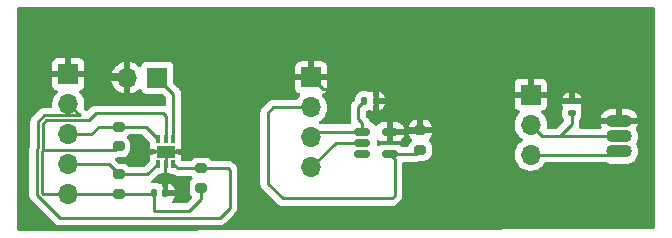
<source format=gbr>
%TF.GenerationSoftware,KiCad,Pcbnew,(6.0.4-0)*%
%TF.CreationDate,2025-08-27T16:44:19+02:00*%
%TF.ProjectId,FYP_temp,4659505f-7465-46d7-902e-6b696361645f,rev?*%
%TF.SameCoordinates,Original*%
%TF.FileFunction,Copper,L1,Top*%
%TF.FilePolarity,Positive*%
%FSLAX46Y46*%
G04 Gerber Fmt 4.6, Leading zero omitted, Abs format (unit mm)*
G04 Created by KiCad (PCBNEW (6.0.4-0)) date 2025-08-27 16:44:19*
%MOMM*%
%LPD*%
G01*
G04 APERTURE LIST*
G04 Aperture macros list*
%AMRoundRect*
0 Rectangle with rounded corners*
0 $1 Rounding radius*
0 $2 $3 $4 $5 $6 $7 $8 $9 X,Y pos of 4 corners*
0 Add a 4 corners polygon primitive as box body*
4,1,4,$2,$3,$4,$5,$6,$7,$8,$9,$2,$3,0*
0 Add four circle primitives for the rounded corners*
1,1,$1+$1,$2,$3*
1,1,$1+$1,$4,$5*
1,1,$1+$1,$6,$7*
1,1,$1+$1,$8,$9*
0 Add four rect primitives between the rounded corners*
20,1,$1+$1,$2,$3,$4,$5,0*
20,1,$1+$1,$4,$5,$6,$7,0*
20,1,$1+$1,$6,$7,$8,$9,0*
20,1,$1+$1,$8,$9,$2,$3,0*%
G04 Aperture macros list end*
%TA.AperFunction,ComponentPad*%
%ADD10R,1.700000X1.700000*%
%TD*%
%TA.AperFunction,ComponentPad*%
%ADD11O,1.700000X1.700000*%
%TD*%
%TA.AperFunction,SMDPad,CuDef*%
%ADD12RoundRect,0.140000X0.170000X-0.140000X0.170000X0.140000X-0.170000X0.140000X-0.170000X-0.140000X0*%
%TD*%
%TA.AperFunction,SMDPad,CuDef*%
%ADD13RoundRect,0.200000X0.275000X-0.200000X0.275000X0.200000X-0.275000X0.200000X-0.275000X-0.200000X0*%
%TD*%
%TA.AperFunction,SMDPad,CuDef*%
%ADD14RoundRect,0.140000X-0.140000X-0.170000X0.140000X-0.170000X0.140000X0.170000X-0.140000X0.170000X0*%
%TD*%
%TA.AperFunction,SMDPad,CuDef*%
%ADD15RoundRect,0.040000X0.120000X-0.305000X0.120000X0.305000X-0.120000X0.305000X-0.120000X-0.305000X0*%
%TD*%
%TA.AperFunction,SMDPad,CuDef*%
%ADD16R,1.600000X1.000000*%
%TD*%
%TA.AperFunction,ComponentPad*%
%ADD17O,2.200000X1.100000*%
%TD*%
%TA.AperFunction,SMDPad,CuDef*%
%ADD18RoundRect,0.150000X-0.545000X-0.150000X0.545000X-0.150000X0.545000X0.150000X-0.545000X0.150000X0*%
%TD*%
%TA.AperFunction,Conductor*%
%ADD19C,0.250000*%
%TD*%
G04 APERTURE END LIST*
D10*
%TO.P,J_TMP36_TZ1,1,Pin_1*%
%TO.N,GND*%
X47665000Y-28007500D03*
D11*
%TO.P,J_TMP36_TZ1,2,Pin_2*%
%TO.N,Net-(J_TMP36_TZ1-Pad2)*%
X47665000Y-30547500D03*
%TO.P,J_TMP36_TZ1,3,Pin_3*%
%TO.N,Net-(C_361-Pad1)*%
X47665000Y-33087500D03*
%TO.P,J_TMP36_TZ1,4,Pin_4*%
%TO.N,Net-(J_TMP36_TZ1-Pad4)*%
X47665000Y-35627500D03*
%TD*%
D12*
%TO.P,C_362,1*%
%TO.N,Net-(C_362-Pad1)*%
X69730000Y-31000000D03*
%TO.P,C_362,2*%
%TO.N,GND*%
X69730000Y-30040000D03*
%TD*%
D13*
%TO.P,R_alert1,1*%
%TO.N,/VIN_117*%
X38355000Y-37350000D03*
%TO.P,R_alert1,2*%
%TO.N,Net-(J_TMP117-Pad2)*%
X38355000Y-35700000D03*
%TD*%
D14*
%TO.P,C_17,1*%
%TO.N,/VIN_117*%
X34355000Y-37775000D03*
%TO.P,C_17,2*%
%TO.N,GND*%
X35315000Y-37775000D03*
%TD*%
D15*
%TO.P,TMP117,1,SCL*%
%TO.N,Net-(J_TMP117-Pad4)*%
X34705000Y-35295000D03*
%TO.P,TMP117,2,GND*%
%TO.N,GND*%
X35355000Y-35295000D03*
%TO.P,TMP117,3,ALERT*%
%TO.N,Net-(J_TMP117-Pad2)*%
X36005000Y-35295000D03*
%TO.P,TMP117,4,ADD0*%
%TO.N,Net-(JP_ADD0-Pad1)*%
X36005000Y-33255000D03*
%TO.P,TMP117,5,V+*%
%TO.N,/VIN_117*%
X35355000Y-33255000D03*
%TO.P,TMP117,6,SDA*%
%TO.N,Net-(J_TMP117-Pad3)*%
X34705000Y-33255000D03*
D16*
%TO.P,TMP117,7,EXP*%
%TO.N,GND*%
X35355000Y-34275000D03*
%TD*%
D13*
%TO.P,R_PD1,1*%
%TO.N,Net-(J_TMP36_TZ1-Pad2)*%
X56915000Y-34132500D03*
%TO.P,R_PD1,2*%
%TO.N,GND*%
X56915000Y-32482500D03*
%TD*%
D17*
%TO.P,TMP36_9Z1,1,+VS*%
%TO.N,Net-(J_TMP36_9Z1-Pad3)*%
X73750000Y-34250000D03*
%TO.P,TMP36_9Z1,2,VOUT*%
%TO.N,Net-(C_362-Pad1)*%
X73750000Y-32980000D03*
%TO.P,TMP36_9Z1,3,GND*%
%TO.N,GND*%
X73750000Y-31710000D03*
%TD*%
D10*
%TO.P,JP_ADD0,1,Pin_1*%
%TO.N,Net-(JP_ADD0-Pad1)*%
X34630000Y-28025000D03*
D11*
%TO.P,JP_ADD0,2,Pin_2*%
%TO.N,GND*%
X32090000Y-28025000D03*
%TD*%
D18*
%TO.P,TMP36_TZ1,1,VOUT*%
%TO.N,Net-(C_361-Pad1)*%
X52000000Y-32607500D03*
%TO.P,TMP36_TZ1,2,+VS*%
%TO.N,Net-(J_TMP36_TZ1-Pad4)*%
X52000000Y-33557500D03*
%TO.P,TMP36_TZ1,3*%
%TO.N,N/C*%
X52000000Y-34507500D03*
%TO.P,TMP36_TZ1,4,~{SHUTDOWN}*%
%TO.N,Net-(J_TMP36_TZ1-Pad2)*%
X54330000Y-34507500D03*
%TO.P,TMP36_TZ1,5,GND*%
%TO.N,GND*%
X54330000Y-32607500D03*
%TD*%
D13*
%TO.P,R_SCL1,1*%
%TO.N,/VIN_117*%
X31355000Y-37850000D03*
%TO.P,R_SCL1,2*%
%TO.N,Net-(J_TMP117-Pad4)*%
X31355000Y-36200000D03*
%TD*%
%TO.P,R_SDA1,1*%
%TO.N,/VIN_117*%
X31355000Y-33850000D03*
%TO.P,R_SDA1,2*%
%TO.N,Net-(J_TMP117-Pad3)*%
X31355000Y-32200000D03*
%TD*%
D10*
%TO.P,J_TMP117,1,Pin_1*%
%TO.N,GND*%
X27105000Y-27735000D03*
D11*
%TO.P,J_TMP117,2,Pin_2*%
%TO.N,Net-(J_TMP117-Pad2)*%
X27105000Y-30275000D03*
%TO.P,J_TMP117,3,Pin_3*%
%TO.N,Net-(J_TMP117-Pad3)*%
X27105000Y-32815000D03*
%TO.P,J_TMP117,4,Pin_4*%
%TO.N,Net-(J_TMP117-Pad4)*%
X27105000Y-35355000D03*
%TO.P,J_TMP117,5,Pin_5*%
%TO.N,/VIN_117*%
X27105000Y-37895000D03*
%TD*%
D10*
%TO.P,J_TMP36_9Z1,1,Pin_1*%
%TO.N,GND*%
X66250000Y-29455000D03*
D11*
%TO.P,J_TMP36_9Z1,2,Pin_2*%
%TO.N,Net-(C_362-Pad1)*%
X66250000Y-31995000D03*
%TO.P,J_TMP36_9Z1,3,Pin_3*%
%TO.N,Net-(J_TMP36_9Z1-Pad3)*%
X66250000Y-34535000D03*
%TD*%
D14*
%TO.P,C_361,1*%
%TO.N,Net-(C_361-Pad1)*%
X52165000Y-30000000D03*
%TO.P,C_361,2*%
%TO.N,GND*%
X53125000Y-30000000D03*
%TD*%
D19*
%TO.N,/VIN_117*%
X24855000Y-34275000D02*
X24949511Y-34180489D01*
X31024511Y-34180489D02*
X31355000Y-33850000D01*
X24949511Y-34180489D02*
X24949511Y-31930489D01*
X28834771Y-31640489D02*
X29450260Y-31025000D01*
X27105000Y-37895000D02*
X24975000Y-37895000D01*
X37355000Y-39275000D02*
X34355000Y-39275000D01*
X31355000Y-37850000D02*
X31310000Y-37895000D01*
X24975000Y-37895000D02*
X24855000Y-37775000D01*
X34280000Y-37850000D02*
X34355000Y-37775000D01*
X38355000Y-37350000D02*
X38355000Y-38275000D01*
X24855000Y-37775000D02*
X24855000Y-34275000D01*
X35355000Y-31275000D02*
X35355000Y-33255000D01*
X25239511Y-31640489D02*
X28834771Y-31640489D01*
X29450260Y-31025000D02*
X35105000Y-31025000D01*
X35105000Y-31025000D02*
X35355000Y-31275000D01*
X24949511Y-31930489D02*
X25239511Y-31640489D01*
X34355000Y-39275000D02*
X34355000Y-37775000D01*
X31310000Y-37895000D02*
X27105000Y-37895000D01*
X38355000Y-38275000D02*
X37355000Y-39275000D01*
X31355000Y-37850000D02*
X34280000Y-37850000D01*
X24949511Y-34180489D02*
X31024511Y-34180489D01*
%TO.N,GND*%
X53125000Y-29125000D02*
X53000000Y-29000000D01*
X27105000Y-27735000D02*
X31800000Y-27735000D01*
X48657500Y-29000000D02*
X47665000Y-28007500D01*
X56790000Y-32607500D02*
X56915000Y-32482500D01*
X31800000Y-27735000D02*
X32090000Y-28025000D01*
X53125000Y-30000000D02*
X53125000Y-29125000D01*
X35315000Y-37775000D02*
X35315000Y-35335000D01*
X35355000Y-34275000D02*
X35355000Y-35295000D01*
X54330000Y-32607500D02*
X56790000Y-32607500D01*
X53000000Y-29000000D02*
X48657500Y-29000000D01*
%TO.N,Net-(C_361-Pad1)*%
X51665000Y-31557500D02*
X51665000Y-30500000D01*
X51665000Y-31557500D02*
X52000000Y-31892500D01*
X48145000Y-32607500D02*
X52000000Y-32607500D01*
X52000000Y-31892500D02*
X52000000Y-32607500D01*
X47665000Y-33087500D02*
X48145000Y-32607500D01*
X51665000Y-30500000D02*
X52165000Y-30000000D01*
%TO.N,Net-(J_TMP36_TZ1-Pad2)*%
X56540000Y-34507500D02*
X56915000Y-34132500D01*
X54330000Y-34507500D02*
X56540000Y-34507500D01*
X54500000Y-38250000D02*
X54750000Y-38000000D01*
X54750000Y-38000000D02*
X54750000Y-34927500D01*
X44452500Y-30547500D02*
X44000000Y-31000000D01*
X44000000Y-31000000D02*
X44000000Y-37000000D01*
X47665000Y-30547500D02*
X44452500Y-30547500D01*
X54750000Y-34927500D02*
X54330000Y-34507500D01*
X45250000Y-38250000D02*
X54500000Y-38250000D01*
X44000000Y-37000000D02*
X45250000Y-38250000D01*
%TO.N,Net-(C_362-Pad1)*%
X69730000Y-31000000D02*
X69730000Y-31980000D01*
X66250000Y-31995000D02*
X67235000Y-32980000D01*
X68730000Y-32980000D02*
X73750000Y-32980000D01*
X67235000Y-32980000D02*
X68730000Y-32980000D01*
X69730000Y-31980000D02*
X68730000Y-32980000D01*
%TO.N,Net-(JP_ADD0-Pad1)*%
X36005000Y-33255000D02*
X36005000Y-29400000D01*
X36005000Y-29400000D02*
X34630000Y-28025000D01*
%TO.N,Net-(J_TMP36_9Z1-Pad3)*%
X73465000Y-34535000D02*
X73750000Y-34250000D01*
X66250000Y-34535000D02*
X73465000Y-34535000D01*
%TO.N,Net-(J_TMP36_TZ1-Pad4)*%
X49735000Y-33557500D02*
X47665000Y-35627500D01*
X52000000Y-33557500D02*
X49735000Y-33557500D01*
%TO.N,Net-(J_TMP117-Pad2)*%
X28050969Y-31220969D02*
X25065740Y-31220970D01*
X38355000Y-35700000D02*
X36410000Y-35700000D01*
X27105000Y-30275000D02*
X28050969Y-31220969D01*
X24529991Y-34006719D02*
X24435481Y-34101229D01*
X24435481Y-34101229D02*
X24435481Y-37948771D01*
X40755000Y-39027500D02*
X40755000Y-35827500D01*
X39905000Y-39877500D02*
X40755000Y-39027500D01*
X24529992Y-31756718D02*
X24529991Y-34006719D01*
X26364210Y-39877500D02*
X39905000Y-39877500D01*
X24435481Y-37948771D02*
X26364210Y-39877500D01*
X36410000Y-35700000D02*
X36005000Y-35295000D01*
X25065740Y-31220970D02*
X24529992Y-31756718D01*
X40755000Y-35827500D02*
X40627500Y-35700000D01*
X40627500Y-35700000D02*
X38355000Y-35700000D01*
%TO.N,Net-(J_TMP117-Pad3)*%
X33650000Y-32200000D02*
X34705000Y-33255000D01*
X31355000Y-32200000D02*
X33650000Y-32200000D01*
X29065000Y-32815000D02*
X29680000Y-32200000D01*
X27105000Y-32815000D02*
X29065000Y-32815000D01*
X29680000Y-32200000D02*
X31355000Y-32200000D01*
%TO.N,Net-(J_TMP117-Pad4)*%
X33800000Y-36200000D02*
X34705000Y-35295000D01*
X27105000Y-35355000D02*
X30510000Y-35355000D01*
X31355000Y-36200000D02*
X33800000Y-36200000D01*
X30510000Y-35355000D02*
X31355000Y-36200000D01*
%TD*%
%TA.AperFunction,Conductor*%
%TO.N,GND*%
G36*
X76683621Y-22028502D02*
G01*
X76730114Y-22082158D01*
X76741500Y-22134500D01*
X76741500Y-40675418D01*
X76721498Y-40743539D01*
X76667842Y-40790032D01*
X76615965Y-40801417D01*
X25103771Y-40991499D01*
X25103306Y-40991500D01*
X22926000Y-40991500D01*
X22857879Y-40971498D01*
X22811386Y-40917842D01*
X22800000Y-40865500D01*
X22800000Y-34081172D01*
X23797261Y-34081172D01*
X23798007Y-34089064D01*
X23801422Y-34125190D01*
X23801981Y-34137048D01*
X23801981Y-37870004D01*
X23801454Y-37881187D01*
X23799779Y-37888680D01*
X23800028Y-37896606D01*
X23800028Y-37896607D01*
X23801919Y-37956757D01*
X23801981Y-37960716D01*
X23801981Y-37988627D01*
X23802478Y-37992561D01*
X23802478Y-37992562D01*
X23802486Y-37992627D01*
X23803419Y-38004464D01*
X23804808Y-38048660D01*
X23810459Y-38068110D01*
X23814468Y-38087471D01*
X23817007Y-38107568D01*
X23819926Y-38114939D01*
X23819926Y-38114941D01*
X23833285Y-38148683D01*
X23837130Y-38159913D01*
X23846496Y-38192152D01*
X23849463Y-38202364D01*
X23853496Y-38209183D01*
X23853498Y-38209188D01*
X23859774Y-38219799D01*
X23868469Y-38237547D01*
X23875929Y-38256388D01*
X23880591Y-38262804D01*
X23880591Y-38262805D01*
X23901917Y-38292158D01*
X23908433Y-38302078D01*
X23925719Y-38331306D01*
X23930939Y-38340133D01*
X23945260Y-38354454D01*
X23958100Y-38369487D01*
X23970009Y-38385878D01*
X23996210Y-38407553D01*
X24004086Y-38414069D01*
X24012865Y-38422059D01*
X25860553Y-40269747D01*
X25868097Y-40278037D01*
X25872210Y-40284518D01*
X25877987Y-40289943D01*
X25921877Y-40331158D01*
X25924719Y-40333913D01*
X25944441Y-40353635D01*
X25947583Y-40356072D01*
X25947643Y-40356119D01*
X25956655Y-40363817D01*
X25970088Y-40376431D01*
X25988889Y-40394086D01*
X25995832Y-40397903D01*
X26006641Y-40403845D01*
X26023163Y-40414698D01*
X26039169Y-40427114D01*
X26046447Y-40430264D01*
X26046448Y-40430264D01*
X26079747Y-40444674D01*
X26090397Y-40449891D01*
X26129150Y-40471195D01*
X26136825Y-40473166D01*
X26136826Y-40473166D01*
X26148772Y-40476233D01*
X26167477Y-40482637D01*
X26186065Y-40490681D01*
X26193888Y-40491920D01*
X26193898Y-40491923D01*
X26229734Y-40497599D01*
X26241354Y-40500005D01*
X26273169Y-40508173D01*
X26284180Y-40511000D01*
X26304434Y-40511000D01*
X26324144Y-40512551D01*
X26344153Y-40515720D01*
X26352045Y-40514974D01*
X26370790Y-40513202D01*
X26388172Y-40511559D01*
X26400029Y-40511000D01*
X39826233Y-40511000D01*
X39837416Y-40511527D01*
X39844909Y-40513202D01*
X39852835Y-40512953D01*
X39852836Y-40512953D01*
X39912986Y-40511062D01*
X39916945Y-40511000D01*
X39944856Y-40511000D01*
X39948791Y-40510503D01*
X39948856Y-40510495D01*
X39960693Y-40509562D01*
X39992951Y-40508548D01*
X39996970Y-40508422D01*
X40004889Y-40508173D01*
X40024343Y-40502521D01*
X40043700Y-40498513D01*
X40055930Y-40496968D01*
X40055931Y-40496968D01*
X40063797Y-40495974D01*
X40071168Y-40493055D01*
X40071170Y-40493055D01*
X40104912Y-40479696D01*
X40116142Y-40475851D01*
X40150983Y-40465729D01*
X40150984Y-40465729D01*
X40158593Y-40463518D01*
X40165412Y-40459485D01*
X40165417Y-40459483D01*
X40176028Y-40453207D01*
X40193776Y-40444512D01*
X40212617Y-40437052D01*
X40248387Y-40411064D01*
X40258307Y-40404548D01*
X40289535Y-40386080D01*
X40289538Y-40386078D01*
X40296362Y-40382042D01*
X40310683Y-40367721D01*
X40325717Y-40354880D01*
X40327431Y-40353635D01*
X40342107Y-40342972D01*
X40370298Y-40308895D01*
X40378288Y-40300116D01*
X41147247Y-39531157D01*
X41155537Y-39523613D01*
X41162018Y-39519500D01*
X41208659Y-39469832D01*
X41211413Y-39466991D01*
X41231135Y-39447269D01*
X41233612Y-39444076D01*
X41241317Y-39435055D01*
X41266159Y-39408600D01*
X41271586Y-39402821D01*
X41275407Y-39395871D01*
X41281346Y-39385068D01*
X41292202Y-39368541D01*
X41299757Y-39358802D01*
X41299758Y-39358800D01*
X41304614Y-39352540D01*
X41322174Y-39311960D01*
X41327391Y-39301312D01*
X41344875Y-39269509D01*
X41344876Y-39269507D01*
X41348695Y-39262560D01*
X41353733Y-39242937D01*
X41360137Y-39224234D01*
X41365033Y-39212920D01*
X41365033Y-39212919D01*
X41368181Y-39205645D01*
X41369420Y-39197822D01*
X41369423Y-39197812D01*
X41375099Y-39161976D01*
X41377505Y-39150356D01*
X41386528Y-39115211D01*
X41386528Y-39115210D01*
X41388500Y-39107530D01*
X41388500Y-39087276D01*
X41390051Y-39067565D01*
X41391980Y-39055386D01*
X41393220Y-39047557D01*
X41389059Y-39003538D01*
X41388500Y-38991681D01*
X41388500Y-35906267D01*
X41389027Y-35895084D01*
X41390702Y-35887591D01*
X41390206Y-35871792D01*
X41388562Y-35819514D01*
X41388500Y-35815555D01*
X41388500Y-35787644D01*
X41387995Y-35783644D01*
X41387062Y-35771801D01*
X41386925Y-35767425D01*
X41385673Y-35727610D01*
X41380022Y-35708158D01*
X41376014Y-35688806D01*
X41374467Y-35676563D01*
X41373474Y-35668703D01*
X41367749Y-35654242D01*
X41357200Y-35627597D01*
X41353355Y-35616370D01*
X41345421Y-35589062D01*
X41341018Y-35573907D01*
X41336984Y-35567085D01*
X41336981Y-35567079D01*
X41330706Y-35556468D01*
X41322010Y-35538718D01*
X41317472Y-35527256D01*
X41317469Y-35527251D01*
X41314552Y-35519883D01*
X41288573Y-35484125D01*
X41282057Y-35474207D01*
X41271005Y-35455519D01*
X41259542Y-35436137D01*
X41245218Y-35421813D01*
X41232376Y-35406778D01*
X41220472Y-35390393D01*
X41186406Y-35362211D01*
X41177627Y-35354222D01*
X41131152Y-35307747D01*
X41123612Y-35299461D01*
X41119500Y-35292982D01*
X41069848Y-35246356D01*
X41067007Y-35243602D01*
X41047270Y-35223865D01*
X41044073Y-35221385D01*
X41035051Y-35213680D01*
X41002821Y-35183414D01*
X40995875Y-35179595D01*
X40995872Y-35179593D01*
X40985066Y-35173652D01*
X40968547Y-35162801D01*
X40967253Y-35161797D01*
X40952541Y-35150386D01*
X40945272Y-35147241D01*
X40945268Y-35147238D01*
X40911963Y-35132826D01*
X40901313Y-35127609D01*
X40862560Y-35106305D01*
X40842937Y-35101267D01*
X40824234Y-35094863D01*
X40812920Y-35089967D01*
X40812919Y-35089967D01*
X40805645Y-35086819D01*
X40797822Y-35085580D01*
X40797812Y-35085577D01*
X40761976Y-35079901D01*
X40750356Y-35077495D01*
X40715211Y-35068472D01*
X40715210Y-35068472D01*
X40707530Y-35066500D01*
X40687276Y-35066500D01*
X40667565Y-35064949D01*
X40659181Y-35063621D01*
X40647557Y-35061780D01*
X40639665Y-35062526D01*
X40603539Y-35065941D01*
X40591681Y-35066500D01*
X39250710Y-35066500D01*
X39182589Y-35046498D01*
X39161615Y-35029595D01*
X39070381Y-34938361D01*
X38923699Y-34849528D01*
X38916452Y-34847257D01*
X38916450Y-34847256D01*
X38841853Y-34823879D01*
X38760062Y-34798247D01*
X38686635Y-34791500D01*
X38683737Y-34791500D01*
X38354140Y-34791501D01*
X38023366Y-34791501D01*
X38020508Y-34791764D01*
X38020499Y-34791764D01*
X37984996Y-34795026D01*
X37949938Y-34798247D01*
X37943560Y-34800246D01*
X37943559Y-34800246D01*
X37793550Y-34847256D01*
X37793548Y-34847257D01*
X37786301Y-34849528D01*
X37639619Y-34938361D01*
X37548385Y-35029595D01*
X37486073Y-35063621D01*
X37459290Y-35066500D01*
X36799085Y-35066500D01*
X36730964Y-35046498D01*
X36684471Y-34992842D01*
X36673500Y-34948837D01*
X36673500Y-34947386D01*
X36662675Y-34857934D01*
X36664416Y-34857723D01*
X36662464Y-34829881D01*
X36662447Y-34829880D01*
X36662454Y-34829743D01*
X36662385Y-34828753D01*
X36662631Y-34826491D01*
X36663000Y-34819671D01*
X36663000Y-34547115D01*
X36658525Y-34531876D01*
X36657135Y-34530671D01*
X36649452Y-34529000D01*
X36465370Y-34529000D01*
X36403562Y-34512785D01*
X36396792Y-34507646D01*
X36295462Y-34467527D01*
X36264596Y-34455306D01*
X36264594Y-34455305D01*
X36257066Y-34452325D01*
X36167614Y-34441500D01*
X35842386Y-34441500D01*
X35752934Y-34452325D01*
X35745406Y-34455305D01*
X35745404Y-34455306D01*
X35714538Y-34467527D01*
X35613208Y-34507646D01*
X35493505Y-34598505D01*
X35477987Y-34618950D01*
X35455363Y-34648756D01*
X35398246Y-34690923D01*
X35327398Y-34695516D01*
X35265313Y-34661077D01*
X35254637Y-34648756D01*
X35232014Y-34618950D01*
X35216495Y-34598505D01*
X35096792Y-34507646D01*
X34995462Y-34467527D01*
X34964596Y-34455306D01*
X34964594Y-34455305D01*
X34957066Y-34452325D01*
X34867614Y-34441500D01*
X34542386Y-34441500D01*
X34452934Y-34452325D01*
X34445406Y-34455305D01*
X34445404Y-34455306D01*
X34414538Y-34467527D01*
X34313208Y-34507646D01*
X34306438Y-34512785D01*
X34244630Y-34529000D01*
X34065116Y-34529000D01*
X34049877Y-34533475D01*
X34048672Y-34534865D01*
X34047001Y-34542548D01*
X34047001Y-34819670D01*
X34047370Y-34826477D01*
X34047616Y-34828745D01*
X34047546Y-34829736D01*
X34047554Y-34829879D01*
X34047536Y-34829880D01*
X34045577Y-34857722D01*
X34047325Y-34857934D01*
X34036500Y-34947386D01*
X34036500Y-35015405D01*
X34016498Y-35083526D01*
X33999595Y-35104500D01*
X33574500Y-35529595D01*
X33512188Y-35563621D01*
X33485405Y-35566500D01*
X32250710Y-35566500D01*
X32182589Y-35546498D01*
X32161615Y-35529595D01*
X32070381Y-35438361D01*
X31923699Y-35349528D01*
X31916452Y-35347257D01*
X31916450Y-35347256D01*
X31834884Y-35321695D01*
X31760062Y-35298247D01*
X31686635Y-35291500D01*
X31668526Y-35291500D01*
X31394595Y-35291501D01*
X31326476Y-35271499D01*
X31305501Y-35254596D01*
X31071776Y-35020871D01*
X31037750Y-34958559D01*
X31042815Y-34887744D01*
X31085362Y-34830908D01*
X31125715Y-34810780D01*
X31143857Y-34805509D01*
X31163211Y-34801502D01*
X31175441Y-34799957D01*
X31175442Y-34799957D01*
X31183308Y-34798963D01*
X31190679Y-34796044D01*
X31190681Y-34796044D01*
X31224423Y-34782685D01*
X31235653Y-34778840D01*
X31256164Y-34772881D01*
X31278103Y-34766507D01*
X31278298Y-34767177D01*
X31320198Y-34758500D01*
X31650411Y-34758499D01*
X31686634Y-34758499D01*
X31689492Y-34758236D01*
X31689501Y-34758236D01*
X31725579Y-34754921D01*
X31760062Y-34751753D01*
X31766441Y-34749754D01*
X31916450Y-34702744D01*
X31916452Y-34702743D01*
X31923699Y-34700472D01*
X32070381Y-34611639D01*
X32191639Y-34490381D01*
X32280472Y-34343699D01*
X32331753Y-34180062D01*
X32338500Y-34106635D01*
X32338499Y-33593366D01*
X32331753Y-33519938D01*
X32329754Y-33513559D01*
X32282744Y-33363550D01*
X32282743Y-33363548D01*
X32280472Y-33356301D01*
X32191639Y-33209619D01*
X32096115Y-33114095D01*
X32062089Y-33051783D01*
X32067154Y-32980968D01*
X32096115Y-32935905D01*
X32161615Y-32870405D01*
X32223927Y-32836379D01*
X32250710Y-32833500D01*
X33335406Y-32833500D01*
X33403527Y-32853502D01*
X33424501Y-32870405D01*
X33999595Y-33445499D01*
X34033621Y-33507811D01*
X34036500Y-33534594D01*
X34036500Y-33602614D01*
X34046036Y-33681411D01*
X34047325Y-33692066D01*
X34045584Y-33692277D01*
X34047536Y-33720119D01*
X34047553Y-33720120D01*
X34047546Y-33720257D01*
X34047615Y-33721247D01*
X34047369Y-33723509D01*
X34047000Y-33730329D01*
X34047000Y-34002885D01*
X34051475Y-34018124D01*
X34052865Y-34019329D01*
X34060548Y-34021000D01*
X34244630Y-34021000D01*
X34306438Y-34037215D01*
X34313208Y-34042354D01*
X34369749Y-34064740D01*
X34445404Y-34094694D01*
X34445406Y-34094695D01*
X34452934Y-34097675D01*
X34542386Y-34108500D01*
X34867614Y-34108500D01*
X34957066Y-34097675D01*
X34964594Y-34094694D01*
X34964596Y-34094694D01*
X34983617Y-34087163D01*
X35054318Y-34080684D01*
X35076383Y-34087163D01*
X35095404Y-34094694D01*
X35095406Y-34094694D01*
X35102934Y-34097675D01*
X35192386Y-34108500D01*
X35517614Y-34108500D01*
X35607066Y-34097675D01*
X35614594Y-34094694D01*
X35614596Y-34094694D01*
X35633617Y-34087163D01*
X35704318Y-34080684D01*
X35726383Y-34087163D01*
X35745404Y-34094694D01*
X35745406Y-34094694D01*
X35752934Y-34097675D01*
X35842386Y-34108500D01*
X36167614Y-34108500D01*
X36257066Y-34097675D01*
X36264594Y-34094695D01*
X36264596Y-34094694D01*
X36340251Y-34064740D01*
X36396792Y-34042354D01*
X36403562Y-34037215D01*
X36465370Y-34021000D01*
X36644884Y-34021000D01*
X36660123Y-34016525D01*
X36661328Y-34015135D01*
X36662999Y-34007452D01*
X36662999Y-33730330D01*
X36662630Y-33723523D01*
X36662384Y-33721255D01*
X36662454Y-33720264D01*
X36662446Y-33720121D01*
X36662464Y-33720120D01*
X36664423Y-33692278D01*
X36662675Y-33692066D01*
X36663964Y-33681411D01*
X36673500Y-33602614D01*
X36673500Y-32907386D01*
X36662675Y-32817934D01*
X36655610Y-32800088D01*
X36647348Y-32779222D01*
X36638500Y-32732839D01*
X36638500Y-30979943D01*
X43361780Y-30979943D01*
X43362526Y-30987835D01*
X43365941Y-31023961D01*
X43366500Y-31035819D01*
X43366500Y-36921233D01*
X43365973Y-36932416D01*
X43364298Y-36939909D01*
X43364547Y-36947835D01*
X43364547Y-36947836D01*
X43366438Y-37007986D01*
X43366500Y-37011945D01*
X43366500Y-37039856D01*
X43366997Y-37043790D01*
X43366997Y-37043791D01*
X43367005Y-37043856D01*
X43367938Y-37055693D01*
X43369327Y-37099889D01*
X43374978Y-37119339D01*
X43378987Y-37138700D01*
X43381526Y-37158797D01*
X43384445Y-37166168D01*
X43384445Y-37166170D01*
X43397804Y-37199912D01*
X43401649Y-37211142D01*
X43410468Y-37241498D01*
X43413982Y-37253593D01*
X43418015Y-37260412D01*
X43418017Y-37260417D01*
X43424293Y-37271028D01*
X43432988Y-37288776D01*
X43440448Y-37307617D01*
X43445110Y-37314033D01*
X43445110Y-37314034D01*
X43466436Y-37343387D01*
X43472952Y-37353307D01*
X43495458Y-37391362D01*
X43509779Y-37405683D01*
X43522619Y-37420716D01*
X43534528Y-37437107D01*
X43540634Y-37442158D01*
X43568605Y-37465298D01*
X43577384Y-37473288D01*
X44746348Y-38642253D01*
X44753888Y-38650539D01*
X44758000Y-38657018D01*
X44763777Y-38662443D01*
X44807651Y-38703643D01*
X44810493Y-38706398D01*
X44830230Y-38726135D01*
X44833427Y-38728615D01*
X44842447Y-38736318D01*
X44874679Y-38766586D01*
X44881625Y-38770405D01*
X44881628Y-38770407D01*
X44892434Y-38776348D01*
X44908953Y-38787199D01*
X44924959Y-38799614D01*
X44932228Y-38802759D01*
X44932232Y-38802762D01*
X44965537Y-38817174D01*
X44976187Y-38822391D01*
X45014940Y-38843695D01*
X45022615Y-38845666D01*
X45022616Y-38845666D01*
X45034562Y-38848733D01*
X45053267Y-38855137D01*
X45071855Y-38863181D01*
X45079678Y-38864420D01*
X45079688Y-38864423D01*
X45115524Y-38870099D01*
X45127144Y-38872505D01*
X45158959Y-38880673D01*
X45169970Y-38883500D01*
X45190224Y-38883500D01*
X45209934Y-38885051D01*
X45229943Y-38888220D01*
X45237835Y-38887474D01*
X45256580Y-38885702D01*
X45273962Y-38884059D01*
X45285819Y-38883500D01*
X54421233Y-38883500D01*
X54432416Y-38884027D01*
X54439909Y-38885702D01*
X54447835Y-38885453D01*
X54447836Y-38885453D01*
X54507986Y-38883562D01*
X54511945Y-38883500D01*
X54539856Y-38883500D01*
X54543791Y-38883003D01*
X54543856Y-38882995D01*
X54555693Y-38882062D01*
X54587951Y-38881048D01*
X54591970Y-38880922D01*
X54599889Y-38880673D01*
X54619343Y-38875021D01*
X54638700Y-38871013D01*
X54650930Y-38869468D01*
X54650931Y-38869468D01*
X54658797Y-38868474D01*
X54666168Y-38865555D01*
X54666170Y-38865555D01*
X54699912Y-38852196D01*
X54711142Y-38848351D01*
X54745983Y-38838229D01*
X54745984Y-38838229D01*
X54753593Y-38836018D01*
X54760412Y-38831985D01*
X54760417Y-38831983D01*
X54771028Y-38825707D01*
X54788776Y-38817012D01*
X54807617Y-38809552D01*
X54843387Y-38783564D01*
X54853307Y-38777048D01*
X54884535Y-38758580D01*
X54884538Y-38758578D01*
X54891362Y-38754542D01*
X54905683Y-38740221D01*
X54920717Y-38727380D01*
X54930694Y-38720131D01*
X54937107Y-38715472D01*
X54965298Y-38681395D01*
X54973288Y-38672616D01*
X55142247Y-38503657D01*
X55150537Y-38496113D01*
X55157018Y-38492000D01*
X55167504Y-38480834D01*
X55203658Y-38442333D01*
X55206413Y-38439491D01*
X55226134Y-38419770D01*
X55228612Y-38416575D01*
X55236318Y-38407553D01*
X55261158Y-38381101D01*
X55266586Y-38375321D01*
X55276346Y-38357568D01*
X55287199Y-38341045D01*
X55294753Y-38331306D01*
X55299613Y-38325041D01*
X55317176Y-38284457D01*
X55322383Y-38273827D01*
X55343695Y-38235060D01*
X55345666Y-38227383D01*
X55345668Y-38227378D01*
X55348732Y-38215442D01*
X55355138Y-38196730D01*
X55360034Y-38185417D01*
X55363181Y-38178145D01*
X55366974Y-38154202D01*
X55370097Y-38134481D01*
X55372504Y-38122860D01*
X55381528Y-38087711D01*
X55381528Y-38087710D01*
X55383500Y-38080030D01*
X55383500Y-38059769D01*
X55385051Y-38040058D01*
X55386803Y-38029000D01*
X55388219Y-38020057D01*
X55384059Y-37976046D01*
X55383500Y-37964189D01*
X55383500Y-35267000D01*
X55403502Y-35198879D01*
X55457158Y-35152386D01*
X55509500Y-35141000D01*
X56461233Y-35141000D01*
X56472416Y-35141527D01*
X56479909Y-35143202D01*
X56487835Y-35142953D01*
X56487836Y-35142953D01*
X56547986Y-35141062D01*
X56551945Y-35141000D01*
X56579856Y-35141000D01*
X56583791Y-35140503D01*
X56583856Y-35140495D01*
X56595693Y-35139562D01*
X56627951Y-35138548D01*
X56631970Y-35138422D01*
X56639889Y-35138173D01*
X56659343Y-35132521D01*
X56678700Y-35128513D01*
X56690930Y-35126968D01*
X56690931Y-35126968D01*
X56698797Y-35125974D01*
X56706168Y-35123055D01*
X56706170Y-35123055D01*
X56739912Y-35109696D01*
X56751142Y-35105851D01*
X56785983Y-35095729D01*
X56785984Y-35095729D01*
X56793593Y-35093518D01*
X56800412Y-35089485D01*
X56800417Y-35089483D01*
X56811028Y-35083207D01*
X56828776Y-35074512D01*
X56847617Y-35067052D01*
X56854035Y-35062389D01*
X56860979Y-35058572D01*
X56862396Y-35061149D01*
X56924415Y-35041000D01*
X57222743Y-35040999D01*
X57246634Y-35040999D01*
X57249492Y-35040736D01*
X57249501Y-35040736D01*
X57285004Y-35037474D01*
X57320062Y-35034253D01*
X57380206Y-35015405D01*
X57476450Y-34985244D01*
X57476452Y-34985243D01*
X57483699Y-34982972D01*
X57630381Y-34894139D01*
X57751639Y-34772881D01*
X57840472Y-34626199D01*
X57879489Y-34501695D01*
X64887251Y-34501695D01*
X64887548Y-34506848D01*
X64887548Y-34506851D01*
X64892833Y-34598505D01*
X64900110Y-34724715D01*
X64901247Y-34729761D01*
X64901248Y-34729767D01*
X64924042Y-34830908D01*
X64949222Y-34942639D01*
X65000904Y-35069917D01*
X65030662Y-35143202D01*
X65033266Y-35149616D01*
X65054389Y-35184085D01*
X65135108Y-35315807D01*
X65149987Y-35340088D01*
X65296250Y-35508938D01*
X65468126Y-35651632D01*
X65661000Y-35764338D01*
X65665825Y-35766180D01*
X65665826Y-35766181D01*
X65696096Y-35777740D01*
X65869692Y-35844030D01*
X65874760Y-35845061D01*
X65874763Y-35845062D01*
X65982017Y-35866883D01*
X66088597Y-35888567D01*
X66093772Y-35888757D01*
X66093774Y-35888757D01*
X66306673Y-35896564D01*
X66306677Y-35896564D01*
X66311837Y-35896753D01*
X66316957Y-35896097D01*
X66316959Y-35896097D01*
X66528288Y-35869025D01*
X66528289Y-35869025D01*
X66533416Y-35868368D01*
X66538366Y-35866883D01*
X66742429Y-35805661D01*
X66742434Y-35805659D01*
X66747384Y-35804174D01*
X66947994Y-35705896D01*
X67129860Y-35576173D01*
X67156359Y-35549767D01*
X67232183Y-35474207D01*
X67288096Y-35418489D01*
X67303678Y-35396805D01*
X67415435Y-35241277D01*
X67418453Y-35237077D01*
X67420746Y-35232437D01*
X67422446Y-35229608D01*
X67474674Y-35181518D01*
X67530451Y-35168500D01*
X72641117Y-35168500D01*
X72701818Y-35184085D01*
X72771373Y-35222323D01*
X72780995Y-35227613D01*
X72978861Y-35290379D01*
X72984978Y-35291065D01*
X72984982Y-35291066D01*
X73055433Y-35298968D01*
X73140413Y-35308500D01*
X74352237Y-35308500D01*
X74355293Y-35308200D01*
X74355300Y-35308200D01*
X74500466Y-35293966D01*
X74500469Y-35293965D01*
X74506592Y-35293365D01*
X74662293Y-35246357D01*
X74699407Y-35235152D01*
X74699410Y-35235151D01*
X74705315Y-35233368D01*
X74710762Y-35230472D01*
X74883153Y-35138809D01*
X74883155Y-35138808D01*
X74888599Y-35135913D01*
X74957277Y-35079901D01*
X75044689Y-35008610D01*
X75044692Y-35008607D01*
X75049464Y-35004715D01*
X75059287Y-34992842D01*
X75177855Y-34849518D01*
X75181783Y-34844770D01*
X75185220Y-34838414D01*
X75277584Y-34667590D01*
X75277586Y-34667585D01*
X75280514Y-34662170D01*
X75341898Y-34463871D01*
X75353846Y-34350196D01*
X75362952Y-34263554D01*
X75362952Y-34263552D01*
X75363596Y-34257425D01*
X75352100Y-34131104D01*
X75345341Y-34056836D01*
X75345340Y-34056833D01*
X75344782Y-34050697D01*
X75342062Y-34041453D01*
X75287912Y-33857469D01*
X75286173Y-33851560D01*
X75227788Y-33739879D01*
X75192326Y-33672047D01*
X75178492Y-33602412D01*
X75193152Y-33553744D01*
X75248866Y-33450702D01*
X75280514Y-33392170D01*
X75341898Y-33193871D01*
X75350889Y-33108327D01*
X75362952Y-32993554D01*
X75362952Y-32993552D01*
X75363596Y-32987425D01*
X75349588Y-32833500D01*
X75345341Y-32786836D01*
X75345340Y-32786833D01*
X75344782Y-32780697D01*
X75336017Y-32750914D01*
X75287912Y-32587469D01*
X75286173Y-32581560D01*
X75192046Y-32401512D01*
X75178212Y-32331877D01*
X75192872Y-32283209D01*
X75277121Y-32127393D01*
X75281871Y-32116093D01*
X75323595Y-31981307D01*
X75323801Y-31967205D01*
X75317045Y-31964000D01*
X74617497Y-31964000D01*
X74579399Y-31958102D01*
X74527012Y-31941484D01*
X74521139Y-31939621D01*
X74515022Y-31938935D01*
X74515018Y-31938934D01*
X74430115Y-31929411D01*
X74359587Y-31921500D01*
X73147763Y-31921500D01*
X73144707Y-31921800D01*
X73144700Y-31921800D01*
X72999534Y-31936034D01*
X72999531Y-31936035D01*
X72993408Y-31936635D01*
X72939379Y-31952947D01*
X72920582Y-31958622D01*
X72884165Y-31964000D01*
X72189953Y-31964000D01*
X72176422Y-31967973D01*
X72175302Y-31975768D01*
X72212554Y-32102342D01*
X72217149Y-32113714D01*
X72242457Y-32162124D01*
X72256292Y-32231760D01*
X72230282Y-32297821D01*
X72172687Y-32339333D01*
X72130796Y-32346500D01*
X70453489Y-32346500D01*
X70385368Y-32326498D01*
X70338875Y-32272842D01*
X70328771Y-32202568D01*
X70337851Y-32170461D01*
X70339510Y-32166629D01*
X70343181Y-32158145D01*
X70344420Y-32150322D01*
X70344423Y-32150312D01*
X70350099Y-32114476D01*
X70352505Y-32102856D01*
X70361528Y-32067711D01*
X70361528Y-32067710D01*
X70363500Y-32060030D01*
X70363500Y-32039776D01*
X70365051Y-32020065D01*
X70366980Y-32007886D01*
X70368220Y-32000057D01*
X70364059Y-31956038D01*
X70363500Y-31944181D01*
X70363500Y-31645807D01*
X70383502Y-31577686D01*
X70400405Y-31556712D01*
X70416488Y-31540629D01*
X70442048Y-31497409D01*
X70468433Y-31452795D01*
X72176199Y-31452795D01*
X72182955Y-31456000D01*
X73477885Y-31456000D01*
X73493124Y-31451525D01*
X73494329Y-31450135D01*
X73496000Y-31442452D01*
X73496000Y-31437885D01*
X74004000Y-31437885D01*
X74008475Y-31453124D01*
X74009865Y-31454329D01*
X74017548Y-31456000D01*
X75310047Y-31456000D01*
X75323578Y-31452027D01*
X75324698Y-31444232D01*
X75287446Y-31317658D01*
X75282853Y-31306290D01*
X75192434Y-31133334D01*
X75185718Y-31123072D01*
X75063432Y-30970980D01*
X75054848Y-30962214D01*
X74905344Y-30836764D01*
X74895233Y-30829840D01*
X74724202Y-30735816D01*
X74712938Y-30730988D01*
X74526905Y-30671975D01*
X74514916Y-30669427D01*
X74363053Y-30652393D01*
X74356029Y-30652000D01*
X74022115Y-30652000D01*
X74006876Y-30656475D01*
X74005671Y-30657865D01*
X74004000Y-30665548D01*
X74004000Y-31437885D01*
X73496000Y-31437885D01*
X73496000Y-30670115D01*
X73491525Y-30654876D01*
X73490135Y-30653671D01*
X73482452Y-30652000D01*
X73150876Y-30652000D01*
X73144728Y-30652301D01*
X72999639Y-30666527D01*
X72987604Y-30668910D01*
X72800777Y-30725317D01*
X72789435Y-30729992D01*
X72617121Y-30821612D01*
X72606905Y-30828399D01*
X72455665Y-30951747D01*
X72446961Y-30960391D01*
X72322562Y-31110763D01*
X72315703Y-31120931D01*
X72222879Y-31292607D01*
X72218129Y-31303907D01*
X72176405Y-31438693D01*
X72176199Y-31452795D01*
X70468433Y-31452795D01*
X70495859Y-31406420D01*
X70495859Y-31406419D01*
X70499894Y-31399597D01*
X70506861Y-31375618D01*
X70537635Y-31269689D01*
X70545606Y-31242254D01*
X70547523Y-31217905D01*
X70548307Y-31207940D01*
X70548307Y-31207932D01*
X70548500Y-31205484D01*
X70548500Y-30794516D01*
X70547717Y-30784562D01*
X70546111Y-30764156D01*
X70546110Y-30764151D01*
X70545606Y-30757746D01*
X70514628Y-30651117D01*
X70502106Y-30608016D01*
X70502105Y-30608014D01*
X70499894Y-30600403D01*
X70492544Y-30587975D01*
X70489985Y-30583647D01*
X70472526Y-30514830D01*
X70489984Y-30455372D01*
X70495395Y-30446222D01*
X70501643Y-30431784D01*
X70536619Y-30311395D01*
X70536579Y-30297295D01*
X70529309Y-30294000D01*
X70251379Y-30294000D01*
X70187240Y-30276454D01*
X70166420Y-30264141D01*
X70166419Y-30264141D01*
X70159597Y-30260106D01*
X70151986Y-30257895D01*
X70151984Y-30257894D01*
X70096225Y-30241695D01*
X70002254Y-30214394D01*
X69995849Y-30213890D01*
X69995844Y-30213889D01*
X69967940Y-30211693D01*
X69967932Y-30211693D01*
X69965484Y-30211500D01*
X69494516Y-30211500D01*
X69492068Y-30211693D01*
X69492060Y-30211693D01*
X69464156Y-30213889D01*
X69464151Y-30213890D01*
X69457746Y-30214394D01*
X69363775Y-30241695D01*
X69308016Y-30257894D01*
X69308014Y-30257895D01*
X69300403Y-30260106D01*
X69293581Y-30264141D01*
X69293580Y-30264141D01*
X69272760Y-30276454D01*
X69208621Y-30294000D01*
X68936442Y-30294000D01*
X68922911Y-30297973D01*
X68921776Y-30305871D01*
X68958357Y-30431784D01*
X68964605Y-30446222D01*
X68970016Y-30455372D01*
X68987474Y-30524188D01*
X68970015Y-30583647D01*
X68967456Y-30587975D01*
X68960106Y-30600403D01*
X68957895Y-30608014D01*
X68957894Y-30608016D01*
X68945372Y-30651117D01*
X68914394Y-30757746D01*
X68913890Y-30764151D01*
X68913889Y-30764156D01*
X68912283Y-30784562D01*
X68911500Y-30794516D01*
X68911500Y-31205484D01*
X68911693Y-31207932D01*
X68911693Y-31207940D01*
X68912478Y-31217905D01*
X68914394Y-31242254D01*
X68922365Y-31269689D01*
X68953140Y-31375618D01*
X68960106Y-31399597D01*
X68964141Y-31406419D01*
X68964141Y-31406420D01*
X69017952Y-31497409D01*
X69043512Y-31540629D01*
X69059595Y-31556712D01*
X69093621Y-31619024D01*
X69096500Y-31645807D01*
X69096500Y-31665405D01*
X69076498Y-31733526D01*
X69059595Y-31754501D01*
X68504499Y-32309596D01*
X68442187Y-32343621D01*
X68415404Y-32346500D01*
X67717695Y-32346500D01*
X67649574Y-32326498D01*
X67603081Y-32272842D01*
X67592773Y-32204053D01*
X67604566Y-32114476D01*
X67611529Y-32061590D01*
X67612976Y-32002387D01*
X67613074Y-31998365D01*
X67613074Y-31998361D01*
X67613156Y-31995000D01*
X67594852Y-31772361D01*
X67540431Y-31555702D01*
X67451354Y-31350840D01*
X67370267Y-31225499D01*
X67332822Y-31167617D01*
X67332820Y-31167614D01*
X67330014Y-31163277D01*
X67326540Y-31159459D01*
X67326533Y-31159450D01*
X67182435Y-31001088D01*
X67151383Y-30937242D01*
X67159779Y-30866744D01*
X67204956Y-30811976D01*
X67231400Y-30798307D01*
X67338052Y-30758325D01*
X67353649Y-30749786D01*
X67455724Y-30673285D01*
X67468285Y-30660724D01*
X67544786Y-30558649D01*
X67553324Y-30543054D01*
X67598478Y-30422606D01*
X67602105Y-30407351D01*
X67607631Y-30356486D01*
X67608000Y-30349672D01*
X67608000Y-29768605D01*
X68923381Y-29768605D01*
X68923421Y-29782705D01*
X68930691Y-29786000D01*
X69457885Y-29786000D01*
X69473124Y-29781525D01*
X69474329Y-29780135D01*
X69476000Y-29772452D01*
X69476000Y-29767885D01*
X69984000Y-29767885D01*
X69988475Y-29783124D01*
X69989865Y-29784329D01*
X69997548Y-29786000D01*
X70523558Y-29786000D01*
X70537089Y-29782027D01*
X70538224Y-29774129D01*
X70501643Y-29648216D01*
X70495396Y-29633780D01*
X70420124Y-29506501D01*
X70410484Y-29494074D01*
X70305926Y-29389516D01*
X70293499Y-29379876D01*
X70166220Y-29304604D01*
X70151784Y-29298357D01*
X70008359Y-29256688D01*
X70000391Y-29255232D01*
X69986969Y-29258052D01*
X69984000Y-29269513D01*
X69984000Y-29767885D01*
X69476000Y-29767885D01*
X69476000Y-29271576D01*
X69471656Y-29256781D01*
X69461225Y-29254937D01*
X69451641Y-29256688D01*
X69308216Y-29298357D01*
X69293780Y-29304604D01*
X69166501Y-29379876D01*
X69154074Y-29389516D01*
X69049516Y-29494074D01*
X69039876Y-29506501D01*
X68964604Y-29633780D01*
X68958357Y-29648216D01*
X68923381Y-29768605D01*
X67608000Y-29768605D01*
X67608000Y-29727115D01*
X67603525Y-29711876D01*
X67602135Y-29710671D01*
X67594452Y-29709000D01*
X64910116Y-29709000D01*
X64894877Y-29713475D01*
X64893672Y-29714865D01*
X64892001Y-29722548D01*
X64892001Y-30349669D01*
X64892371Y-30356490D01*
X64897895Y-30407352D01*
X64901521Y-30422604D01*
X64946676Y-30543054D01*
X64955214Y-30558649D01*
X65031715Y-30660724D01*
X65044276Y-30673285D01*
X65146351Y-30749786D01*
X65161946Y-30758324D01*
X65270827Y-30799142D01*
X65327591Y-30841784D01*
X65352291Y-30908345D01*
X65337083Y-30977694D01*
X65317691Y-31004175D01*
X65206117Y-31120931D01*
X65190629Y-31137138D01*
X65187715Y-31141410D01*
X65187714Y-31141411D01*
X65142331Y-31207940D01*
X65064743Y-31321680D01*
X65033798Y-31388346D01*
X64975139Y-31514717D01*
X64970688Y-31524305D01*
X64910989Y-31739570D01*
X64887251Y-31961695D01*
X64887548Y-31966848D01*
X64887548Y-31966851D01*
X64895360Y-32102342D01*
X64900110Y-32184715D01*
X64901247Y-32189761D01*
X64901248Y-32189767D01*
X64920229Y-32273989D01*
X64949222Y-32402639D01*
X65033266Y-32609616D01*
X65040731Y-32621797D01*
X65134483Y-32774787D01*
X65149987Y-32800088D01*
X65296250Y-32968938D01*
X65468126Y-33111632D01*
X65475728Y-33116074D01*
X65541445Y-33154476D01*
X65590169Y-33206114D01*
X65603240Y-33275897D01*
X65576509Y-33341669D01*
X65536055Y-33375027D01*
X65523607Y-33381507D01*
X65519474Y-33384610D01*
X65519471Y-33384612D01*
X65349100Y-33512530D01*
X65344965Y-33515635D01*
X65341393Y-33519373D01*
X65195828Y-33671698D01*
X65190629Y-33677138D01*
X65187715Y-33681410D01*
X65187714Y-33681411D01*
X65123062Y-33776187D01*
X65064743Y-33861680D01*
X65023425Y-33950693D01*
X64976692Y-34051371D01*
X64970688Y-34064305D01*
X64910989Y-34279570D01*
X64887251Y-34501695D01*
X57879489Y-34501695D01*
X57891753Y-34462562D01*
X57898500Y-34389135D01*
X57898499Y-33875866D01*
X57896971Y-33859228D01*
X57892364Y-33809092D01*
X57891753Y-33802438D01*
X57877649Y-33757432D01*
X57842744Y-33646050D01*
X57842743Y-33646048D01*
X57840472Y-33638801D01*
X57751639Y-33492119D01*
X57655761Y-33396241D01*
X57621735Y-33333929D01*
X57626800Y-33263114D01*
X57655761Y-33218051D01*
X57745869Y-33127943D01*
X57755176Y-33116074D01*
X57836079Y-32982488D01*
X57842285Y-32968743D01*
X57889256Y-32818856D01*
X57891869Y-32805806D01*
X57896913Y-32750914D01*
X57893525Y-32739376D01*
X57892135Y-32738171D01*
X57884452Y-32736500D01*
X55950116Y-32736500D01*
X55934877Y-32740975D01*
X55933672Y-32742365D01*
X55932709Y-32746794D01*
X55938132Y-32805815D01*
X55940743Y-32818851D01*
X55987715Y-32968743D01*
X55993921Y-32982488D01*
X56074824Y-33116074D01*
X56084131Y-33127943D01*
X56174239Y-33218051D01*
X56208265Y-33280363D01*
X56203200Y-33351178D01*
X56174239Y-33396241D01*
X56078361Y-33492119D01*
X55989528Y-33638801D01*
X55987257Y-33646048D01*
X55987256Y-33646050D01*
X55943499Y-33785679D01*
X55904041Y-33844701D01*
X55838938Y-33873021D01*
X55823265Y-33874000D01*
X55374950Y-33874000D01*
X55306829Y-33853998D01*
X55293729Y-33843441D01*
X55293675Y-33843511D01*
X55287415Y-33838655D01*
X55281807Y-33833047D01*
X55274983Y-33829011D01*
X55274980Y-33829009D01*
X55145427Y-33752392D01*
X55145428Y-33752392D01*
X55138601Y-33748355D01*
X55130990Y-33746144D01*
X55130988Y-33746143D01*
X55060642Y-33725706D01*
X54978831Y-33701938D01*
X54972426Y-33701434D01*
X54972421Y-33701433D01*
X54943958Y-33699193D01*
X54943950Y-33699193D01*
X54941502Y-33699000D01*
X53718498Y-33699000D01*
X53716050Y-33699193D01*
X53716042Y-33699193D01*
X53687579Y-33701433D01*
X53687574Y-33701434D01*
X53681169Y-33701938D01*
X53599358Y-33725706D01*
X53529012Y-33746143D01*
X53529010Y-33746144D01*
X53521399Y-33748355D01*
X53393637Y-33823914D01*
X53324823Y-33841372D01*
X53257492Y-33818855D01*
X53213022Y-33763511D01*
X53203500Y-33715459D01*
X53203500Y-33398961D01*
X53223502Y-33330840D01*
X53277158Y-33284347D01*
X53347432Y-33274243D01*
X53393639Y-33290507D01*
X53514779Y-33362148D01*
X53529210Y-33368393D01*
X53675065Y-33410769D01*
X53687667Y-33413070D01*
X53716084Y-33415307D01*
X53721014Y-33415500D01*
X54057885Y-33415500D01*
X54073124Y-33411025D01*
X54074329Y-33409635D01*
X54076000Y-33401952D01*
X54076000Y-33397384D01*
X54584000Y-33397384D01*
X54588475Y-33412623D01*
X54589865Y-33413828D01*
X54597548Y-33415499D01*
X54938984Y-33415499D01*
X54943920Y-33415305D01*
X54972336Y-33413070D01*
X54984931Y-33410770D01*
X55130790Y-33368393D01*
X55145221Y-33362148D01*
X55274678Y-33285589D01*
X55287104Y-33275949D01*
X55393449Y-33169604D01*
X55403089Y-33157178D01*
X55479648Y-33027721D01*
X55485893Y-33013290D01*
X55524939Y-32878895D01*
X55524899Y-32864794D01*
X55517630Y-32861500D01*
X54602115Y-32861500D01*
X54586876Y-32865975D01*
X54585671Y-32867365D01*
X54584000Y-32875048D01*
X54584000Y-33397384D01*
X54076000Y-33397384D01*
X54076000Y-32335385D01*
X54584000Y-32335385D01*
X54588475Y-32350624D01*
X54589865Y-32351829D01*
X54597548Y-32353500D01*
X55511878Y-32353500D01*
X55525409Y-32349527D01*
X55526544Y-32341629D01*
X55489489Y-32214086D01*
X55933087Y-32214086D01*
X55936475Y-32225624D01*
X55937865Y-32226829D01*
X55945548Y-32228500D01*
X56642885Y-32228500D01*
X56658124Y-32224025D01*
X56659329Y-32222635D01*
X56661000Y-32214952D01*
X56661000Y-32210385D01*
X57169000Y-32210385D01*
X57173475Y-32225624D01*
X57174865Y-32226829D01*
X57182548Y-32228500D01*
X57879884Y-32228500D01*
X57895123Y-32224025D01*
X57896328Y-32222635D01*
X57897291Y-32218206D01*
X57891868Y-32159185D01*
X57889257Y-32146149D01*
X57842285Y-31996257D01*
X57836079Y-31982512D01*
X57755176Y-31848926D01*
X57745869Y-31837057D01*
X57635443Y-31726631D01*
X57623574Y-31717324D01*
X57489988Y-31636421D01*
X57476243Y-31630215D01*
X57326356Y-31583244D01*
X57313306Y-31580631D01*
X57249479Y-31574766D01*
X57243691Y-31574500D01*
X57187115Y-31574500D01*
X57171876Y-31578975D01*
X57170671Y-31580365D01*
X57169000Y-31588048D01*
X57169000Y-32210385D01*
X56661000Y-32210385D01*
X56661000Y-31592616D01*
X56656525Y-31577377D01*
X56655135Y-31576172D01*
X56647452Y-31574501D01*
X56586295Y-31574501D01*
X56580546Y-31574764D01*
X56516685Y-31580632D01*
X56503649Y-31583243D01*
X56353757Y-31630215D01*
X56340012Y-31636421D01*
X56206426Y-31717324D01*
X56194557Y-31726631D01*
X56084131Y-31837057D01*
X56074824Y-31848926D01*
X55993921Y-31982512D01*
X55987715Y-31996257D01*
X55940744Y-32146144D01*
X55938131Y-32159194D01*
X55933087Y-32214086D01*
X55489489Y-32214086D01*
X55485893Y-32201710D01*
X55479648Y-32187279D01*
X55403089Y-32057822D01*
X55393449Y-32045396D01*
X55287104Y-31939051D01*
X55274678Y-31929411D01*
X55145221Y-31852852D01*
X55130790Y-31846607D01*
X54984935Y-31804231D01*
X54972333Y-31801930D01*
X54943916Y-31799693D01*
X54938986Y-31799500D01*
X54602115Y-31799500D01*
X54586876Y-31803975D01*
X54585671Y-31805365D01*
X54584000Y-31813048D01*
X54584000Y-32335385D01*
X54076000Y-32335385D01*
X54076000Y-31817616D01*
X54071525Y-31802377D01*
X54070135Y-31801172D01*
X54062452Y-31799501D01*
X53721017Y-31799501D01*
X53716080Y-31799695D01*
X53687664Y-31801930D01*
X53675069Y-31804230D01*
X53529210Y-31846607D01*
X53514779Y-31852852D01*
X53385322Y-31929411D01*
X53372896Y-31939051D01*
X53266557Y-32045390D01*
X53264880Y-32047552D01*
X53263134Y-32048813D01*
X53260945Y-32051002D01*
X53260592Y-32050649D01*
X53207324Y-32089119D01*
X53136432Y-32092971D01*
X53074711Y-32057884D01*
X53071545Y-32054230D01*
X53069453Y-32050693D01*
X52951807Y-31933047D01*
X52944983Y-31929011D01*
X52944980Y-31929009D01*
X52815427Y-31852392D01*
X52815428Y-31852392D01*
X52808601Y-31848355D01*
X52800990Y-31846144D01*
X52800988Y-31846143D01*
X52702866Y-31817636D01*
X52643030Y-31779423D01*
X52618901Y-31733533D01*
X52618474Y-31733702D01*
X52616902Y-31729731D01*
X52616899Y-31729726D01*
X52614502Y-31723670D01*
X52602200Y-31692598D01*
X52598355Y-31681368D01*
X52588230Y-31646517D01*
X52588230Y-31646516D01*
X52586019Y-31638907D01*
X52575705Y-31621466D01*
X52567008Y-31603713D01*
X52562472Y-31592258D01*
X52559552Y-31584883D01*
X52533563Y-31549112D01*
X52527047Y-31539192D01*
X52518243Y-31524305D01*
X52504542Y-31501138D01*
X52498938Y-31495533D01*
X52490220Y-31486815D01*
X52477379Y-31471781D01*
X52470131Y-31461805D01*
X52470130Y-31461804D01*
X52465472Y-31455393D01*
X52431401Y-31427207D01*
X52422622Y-31419218D01*
X52335405Y-31332001D01*
X52301379Y-31269689D01*
X52298500Y-31242906D01*
X52298500Y-30939874D01*
X52318502Y-30871753D01*
X52372158Y-30825260D01*
X52401411Y-30816066D01*
X52407254Y-30815606D01*
X52413432Y-30813811D01*
X52413433Y-30813811D01*
X52556984Y-30772106D01*
X52556986Y-30772105D01*
X52564597Y-30769894D01*
X52573598Y-30764571D01*
X52581353Y-30759985D01*
X52650170Y-30742526D01*
X52709628Y-30759984D01*
X52718778Y-30765395D01*
X52733216Y-30771643D01*
X52853605Y-30806619D01*
X52867705Y-30806579D01*
X52871000Y-30799309D01*
X52871000Y-30793558D01*
X53379000Y-30793558D01*
X53382973Y-30807089D01*
X53390871Y-30808224D01*
X53516784Y-30771643D01*
X53531220Y-30765396D01*
X53658499Y-30690124D01*
X53670926Y-30680484D01*
X53775484Y-30575926D01*
X53785124Y-30563499D01*
X53860396Y-30436220D01*
X53866643Y-30421784D01*
X53908312Y-30278359D01*
X53909768Y-30270391D01*
X53906948Y-30256969D01*
X53895487Y-30254000D01*
X53397115Y-30254000D01*
X53381876Y-30258475D01*
X53380671Y-30259865D01*
X53379000Y-30267548D01*
X53379000Y-30793558D01*
X52871000Y-30793558D01*
X52871000Y-30521379D01*
X52888546Y-30457240D01*
X52900859Y-30436420D01*
X52900859Y-30436419D01*
X52904894Y-30429597D01*
X52909923Y-30412289D01*
X52926133Y-30356490D01*
X52950606Y-30272254D01*
X52951563Y-30260106D01*
X52953307Y-30237940D01*
X52953307Y-30237932D01*
X52953500Y-30235484D01*
X52953500Y-29764516D01*
X52952043Y-29746000D01*
X52951111Y-29734156D01*
X52951110Y-29734151D01*
X52950617Y-29727885D01*
X53379000Y-29727885D01*
X53383475Y-29743124D01*
X53384865Y-29744329D01*
X53392548Y-29746000D01*
X53893424Y-29746000D01*
X53908219Y-29741656D01*
X53910063Y-29731225D01*
X53908312Y-29721641D01*
X53866643Y-29578216D01*
X53860396Y-29563780D01*
X53785124Y-29436501D01*
X53775484Y-29424074D01*
X53670926Y-29319516D01*
X53658499Y-29309876D01*
X53531220Y-29234604D01*
X53516784Y-29228357D01*
X53396395Y-29193381D01*
X53382295Y-29193421D01*
X53379000Y-29200691D01*
X53379000Y-29727885D01*
X52950617Y-29727885D01*
X52950606Y-29727746D01*
X52904894Y-29570403D01*
X52888546Y-29542760D01*
X52871000Y-29478621D01*
X52871000Y-29206442D01*
X52867027Y-29192911D01*
X52859129Y-29191776D01*
X52733216Y-29228357D01*
X52718778Y-29234605D01*
X52709628Y-29240016D01*
X52640812Y-29257474D01*
X52581353Y-29240015D01*
X52571423Y-29234143D01*
X52571424Y-29234143D01*
X52564597Y-29230106D01*
X52556986Y-29227895D01*
X52556984Y-29227894D01*
X52483144Y-29206442D01*
X52407254Y-29184394D01*
X52400849Y-29183890D01*
X52400844Y-29183889D01*
X52388086Y-29182885D01*
X64892000Y-29182885D01*
X64896475Y-29198124D01*
X64897865Y-29199329D01*
X64905548Y-29201000D01*
X65977885Y-29201000D01*
X65993124Y-29196525D01*
X65994329Y-29195135D01*
X65996000Y-29187452D01*
X65996000Y-29182885D01*
X66504000Y-29182885D01*
X66508475Y-29198124D01*
X66509865Y-29199329D01*
X66517548Y-29201000D01*
X67589884Y-29201000D01*
X67605123Y-29196525D01*
X67606328Y-29195135D01*
X67607999Y-29187452D01*
X67607999Y-28560331D01*
X67607629Y-28553510D01*
X67602105Y-28502648D01*
X67598479Y-28487396D01*
X67553324Y-28366946D01*
X67544786Y-28351351D01*
X67468285Y-28249276D01*
X67455724Y-28236715D01*
X67353649Y-28160214D01*
X67338054Y-28151676D01*
X67217606Y-28106522D01*
X67202351Y-28102895D01*
X67151486Y-28097369D01*
X67144672Y-28097000D01*
X66522115Y-28097000D01*
X66506876Y-28101475D01*
X66505671Y-28102865D01*
X66504000Y-28110548D01*
X66504000Y-29182885D01*
X65996000Y-29182885D01*
X65996000Y-28115116D01*
X65991525Y-28099877D01*
X65990135Y-28098672D01*
X65982452Y-28097001D01*
X65355331Y-28097001D01*
X65348510Y-28097371D01*
X65297648Y-28102895D01*
X65282396Y-28106521D01*
X65161946Y-28151676D01*
X65146351Y-28160214D01*
X65044276Y-28236715D01*
X65031715Y-28249276D01*
X64955214Y-28351351D01*
X64946676Y-28366946D01*
X64901522Y-28487394D01*
X64897895Y-28502649D01*
X64892369Y-28553514D01*
X64892000Y-28560328D01*
X64892000Y-29182885D01*
X52388086Y-29182885D01*
X52372940Y-29181693D01*
X52372932Y-29181693D01*
X52370484Y-29181500D01*
X51959516Y-29181500D01*
X51957068Y-29181693D01*
X51957060Y-29181693D01*
X51929156Y-29183889D01*
X51929151Y-29183890D01*
X51922746Y-29184394D01*
X51846856Y-29206442D01*
X51773016Y-29227894D01*
X51773014Y-29227895D01*
X51765403Y-29230106D01*
X51758581Y-29234141D01*
X51758580Y-29234141D01*
X51633630Y-29308036D01*
X51624371Y-29313512D01*
X51508512Y-29429371D01*
X51504478Y-29436192D01*
X51448886Y-29530194D01*
X51425106Y-29570403D01*
X51379394Y-29727746D01*
X51378890Y-29734151D01*
X51378889Y-29734156D01*
X51377957Y-29746000D01*
X51376500Y-29764516D01*
X51376500Y-29840405D01*
X51356498Y-29908526D01*
X51339595Y-29929500D01*
X51272747Y-29996348D01*
X51264461Y-30003888D01*
X51257982Y-30008000D01*
X51252557Y-30013777D01*
X51211357Y-30057651D01*
X51208602Y-30060493D01*
X51188865Y-30080230D01*
X51186385Y-30083427D01*
X51178682Y-30092447D01*
X51148414Y-30124679D01*
X51144595Y-30131625D01*
X51144593Y-30131628D01*
X51138652Y-30142434D01*
X51127801Y-30158953D01*
X51115386Y-30174959D01*
X51112241Y-30182228D01*
X51112238Y-30182232D01*
X51097826Y-30215537D01*
X51092609Y-30226187D01*
X51071305Y-30264940D01*
X51069334Y-30272615D01*
X51069334Y-30272616D01*
X51066267Y-30284562D01*
X51059863Y-30303266D01*
X51051819Y-30321855D01*
X51050580Y-30329678D01*
X51050577Y-30329688D01*
X51044901Y-30365524D01*
X51042495Y-30377144D01*
X51033593Y-30411819D01*
X51031500Y-30419970D01*
X51031500Y-30440224D01*
X51029949Y-30459934D01*
X51026780Y-30479943D01*
X51027526Y-30487835D01*
X51030941Y-30523961D01*
X51031500Y-30535819D01*
X51031500Y-31478733D01*
X51030973Y-31489916D01*
X51029298Y-31497409D01*
X51029547Y-31505335D01*
X51029547Y-31505336D01*
X51031438Y-31565486D01*
X51031500Y-31569445D01*
X51031500Y-31597356D01*
X51031996Y-31601283D01*
X51032005Y-31601356D01*
X51032938Y-31613193D01*
X51034327Y-31657389D01*
X51039934Y-31676688D01*
X51039978Y-31676839D01*
X51043987Y-31696200D01*
X51046526Y-31716297D01*
X51049445Y-31723668D01*
X51049445Y-31723670D01*
X51062804Y-31757412D01*
X51066649Y-31768643D01*
X51078716Y-31810179D01*
X51078513Y-31881175D01*
X51046814Y-31934426D01*
X51044145Y-31937095D01*
X50981833Y-31971121D01*
X50955050Y-31974000D01*
X48489600Y-31974000D01*
X48420783Y-31953222D01*
X48419359Y-31952098D01*
X48378053Y-31929296D01*
X48328084Y-31878864D01*
X48313312Y-31809421D01*
X48338428Y-31743016D01*
X48365780Y-31716409D01*
X48432415Y-31668879D01*
X48544860Y-31588673D01*
X48548664Y-31584883D01*
X48656214Y-31477707D01*
X48703096Y-31430989D01*
X48765002Y-31344838D01*
X48830435Y-31253777D01*
X48833453Y-31249577D01*
X48837073Y-31242254D01*
X48930136Y-31053953D01*
X48930137Y-31053951D01*
X48932430Y-31049311D01*
X48986098Y-30872670D01*
X48995865Y-30840523D01*
X48995865Y-30840521D01*
X48997370Y-30835569D01*
X49026529Y-30614090D01*
X49026611Y-30610740D01*
X49028074Y-30550865D01*
X49028074Y-30550861D01*
X49028156Y-30547500D01*
X49009852Y-30324861D01*
X48955431Y-30108202D01*
X48866354Y-29903340D01*
X48752349Y-29727115D01*
X48747822Y-29720117D01*
X48747820Y-29720114D01*
X48745014Y-29715777D01*
X48741540Y-29711959D01*
X48741533Y-29711950D01*
X48597435Y-29553588D01*
X48566383Y-29489742D01*
X48574779Y-29419244D01*
X48619956Y-29364476D01*
X48646400Y-29350807D01*
X48753052Y-29310825D01*
X48768649Y-29302286D01*
X48870724Y-29225785D01*
X48883285Y-29213224D01*
X48959786Y-29111149D01*
X48968324Y-29095554D01*
X49013478Y-28975106D01*
X49017105Y-28959851D01*
X49022631Y-28908986D01*
X49023000Y-28902172D01*
X49023000Y-28279615D01*
X49018525Y-28264376D01*
X49017135Y-28263171D01*
X49009452Y-28261500D01*
X46325116Y-28261500D01*
X46309877Y-28265975D01*
X46308672Y-28267365D01*
X46307001Y-28275048D01*
X46307001Y-28902169D01*
X46307371Y-28908990D01*
X46312895Y-28959852D01*
X46316521Y-28975104D01*
X46361676Y-29095554D01*
X46370214Y-29111149D01*
X46446715Y-29213224D01*
X46459276Y-29225785D01*
X46561351Y-29302286D01*
X46576946Y-29310824D01*
X46685827Y-29351642D01*
X46742591Y-29394284D01*
X46767291Y-29460845D01*
X46752083Y-29530194D01*
X46732691Y-29556675D01*
X46645213Y-29648216D01*
X46605629Y-29689638D01*
X46602715Y-29693910D01*
X46602714Y-29693911D01*
X46490095Y-29859004D01*
X46435184Y-29904007D01*
X46386007Y-29914000D01*
X44531268Y-29914000D01*
X44520085Y-29913473D01*
X44512592Y-29911798D01*
X44504666Y-29912047D01*
X44504665Y-29912047D01*
X44444502Y-29913938D01*
X44440544Y-29914000D01*
X44412644Y-29914000D01*
X44408654Y-29914504D01*
X44396820Y-29915436D01*
X44352611Y-29916826D01*
X44344995Y-29919039D01*
X44344993Y-29919039D01*
X44333152Y-29922479D01*
X44313793Y-29926488D01*
X44312483Y-29926654D01*
X44293703Y-29929026D01*
X44286337Y-29931942D01*
X44286331Y-29931944D01*
X44252598Y-29945300D01*
X44241368Y-29949145D01*
X44206517Y-29959270D01*
X44198907Y-29961481D01*
X44192084Y-29965516D01*
X44181466Y-29971795D01*
X44163713Y-29980492D01*
X44156068Y-29983519D01*
X44144883Y-29987948D01*
X44120375Y-30005754D01*
X44109112Y-30013937D01*
X44099195Y-30020451D01*
X44061138Y-30042958D01*
X44046817Y-30057279D01*
X44031784Y-30070119D01*
X44015393Y-30082028D01*
X43997668Y-30103454D01*
X43987212Y-30116093D01*
X43979222Y-30124874D01*
X43607742Y-30496353D01*
X43599463Y-30503887D01*
X43592982Y-30508000D01*
X43548970Y-30554868D01*
X43546357Y-30557651D01*
X43543602Y-30560493D01*
X43523865Y-30580230D01*
X43521385Y-30583427D01*
X43513682Y-30592447D01*
X43483414Y-30624679D01*
X43479595Y-30631625D01*
X43479593Y-30631628D01*
X43473652Y-30642434D01*
X43462801Y-30658953D01*
X43450386Y-30674959D01*
X43447241Y-30682228D01*
X43447238Y-30682232D01*
X43432826Y-30715537D01*
X43427609Y-30726187D01*
X43406305Y-30764940D01*
X43404334Y-30772615D01*
X43404334Y-30772616D01*
X43401267Y-30784562D01*
X43394863Y-30803266D01*
X43392718Y-30808224D01*
X43386819Y-30821855D01*
X43385580Y-30829678D01*
X43385577Y-30829688D01*
X43379901Y-30865524D01*
X43377495Y-30877144D01*
X43366500Y-30919970D01*
X43366500Y-30940224D01*
X43364949Y-30959934D01*
X43361780Y-30979943D01*
X36638500Y-30979943D01*
X36638500Y-29478768D01*
X36639027Y-29467585D01*
X36640702Y-29460092D01*
X36639737Y-29429371D01*
X36638562Y-29392002D01*
X36638500Y-29388044D01*
X36638500Y-29360144D01*
X36637996Y-29356153D01*
X36637063Y-29344311D01*
X36637056Y-29344065D01*
X36635674Y-29300111D01*
X36633153Y-29291433D01*
X36630021Y-29280652D01*
X36626012Y-29261293D01*
X36625846Y-29259983D01*
X36623474Y-29241203D01*
X36620558Y-29233837D01*
X36620556Y-29233831D01*
X36607200Y-29200098D01*
X36603355Y-29188868D01*
X36593230Y-29154017D01*
X36593230Y-29154016D01*
X36591019Y-29146407D01*
X36580705Y-29128966D01*
X36572008Y-29111213D01*
X36567472Y-29099758D01*
X36564552Y-29092383D01*
X36538563Y-29056612D01*
X36532047Y-29046692D01*
X36513578Y-29015463D01*
X36509542Y-29008638D01*
X36495221Y-28994317D01*
X36482380Y-28979283D01*
X36475131Y-28969306D01*
X36470472Y-28962893D01*
X36436395Y-28934702D01*
X36427616Y-28926712D01*
X36025405Y-28524501D01*
X35991379Y-28462189D01*
X35988500Y-28435406D01*
X35988500Y-27735385D01*
X46307000Y-27735385D01*
X46311475Y-27750624D01*
X46312865Y-27751829D01*
X46320548Y-27753500D01*
X47392885Y-27753500D01*
X47408124Y-27749025D01*
X47409329Y-27747635D01*
X47411000Y-27739952D01*
X47411000Y-27735385D01*
X47919000Y-27735385D01*
X47923475Y-27750624D01*
X47924865Y-27751829D01*
X47932548Y-27753500D01*
X49004884Y-27753500D01*
X49020123Y-27749025D01*
X49021328Y-27747635D01*
X49022999Y-27739952D01*
X49022999Y-27112831D01*
X49022629Y-27106010D01*
X49017105Y-27055148D01*
X49013479Y-27039896D01*
X48968324Y-26919446D01*
X48959786Y-26903851D01*
X48883285Y-26801776D01*
X48870724Y-26789215D01*
X48768649Y-26712714D01*
X48753054Y-26704176D01*
X48632606Y-26659022D01*
X48617351Y-26655395D01*
X48566486Y-26649869D01*
X48559672Y-26649500D01*
X47937115Y-26649500D01*
X47921876Y-26653975D01*
X47920671Y-26655365D01*
X47919000Y-26663048D01*
X47919000Y-27735385D01*
X47411000Y-27735385D01*
X47411000Y-26667616D01*
X47406525Y-26652377D01*
X47405135Y-26651172D01*
X47397452Y-26649501D01*
X46770331Y-26649501D01*
X46763510Y-26649871D01*
X46712648Y-26655395D01*
X46697396Y-26659021D01*
X46576946Y-26704176D01*
X46561351Y-26712714D01*
X46459276Y-26789215D01*
X46446715Y-26801776D01*
X46370214Y-26903851D01*
X46361676Y-26919446D01*
X46316522Y-27039894D01*
X46312895Y-27055149D01*
X46307369Y-27106014D01*
X46307000Y-27112828D01*
X46307000Y-27735385D01*
X35988500Y-27735385D01*
X35988500Y-27126866D01*
X35981745Y-27064684D01*
X35930615Y-26928295D01*
X35843261Y-26811739D01*
X35726705Y-26724385D01*
X35590316Y-26673255D01*
X35528134Y-26666500D01*
X33731866Y-26666500D01*
X33669684Y-26673255D01*
X33533295Y-26724385D01*
X33416739Y-26811739D01*
X33329385Y-26928295D01*
X33326233Y-26936703D01*
X33326232Y-26936705D01*
X33284722Y-27047433D01*
X33242081Y-27104198D01*
X33175519Y-27128898D01*
X33106170Y-27113691D01*
X33073546Y-27088004D01*
X33022799Y-27032234D01*
X33015273Y-27025215D01*
X32848139Y-26893222D01*
X32839552Y-26887517D01*
X32653117Y-26784599D01*
X32643705Y-26780369D01*
X32442959Y-26709280D01*
X32432988Y-26706646D01*
X32361837Y-26693972D01*
X32348540Y-26695432D01*
X32344000Y-26709989D01*
X32344000Y-29343517D01*
X32348064Y-29357359D01*
X32361478Y-29359393D01*
X32368184Y-29358534D01*
X32378262Y-29356392D01*
X32582255Y-29295191D01*
X32591842Y-29291433D01*
X32783095Y-29197739D01*
X32791945Y-29192464D01*
X32965328Y-29068792D01*
X32973193Y-29062145D01*
X33077897Y-28957805D01*
X33140268Y-28923889D01*
X33211075Y-28929077D01*
X33267837Y-28971723D01*
X33284819Y-29002826D01*
X33304983Y-29056612D01*
X33329385Y-29121705D01*
X33416739Y-29238261D01*
X33533295Y-29325615D01*
X33669684Y-29376745D01*
X33731866Y-29383500D01*
X35040406Y-29383500D01*
X35108527Y-29403502D01*
X35129501Y-29420405D01*
X35334595Y-29625499D01*
X35368621Y-29687811D01*
X35371500Y-29714594D01*
X35371500Y-30276939D01*
X35351498Y-30345060D01*
X35297842Y-30391553D01*
X35227568Y-30401657D01*
X35214164Y-30398980D01*
X35192712Y-30393472D01*
X35192709Y-30393472D01*
X35185030Y-30391500D01*
X35164776Y-30391500D01*
X35145065Y-30389949D01*
X35132886Y-30388020D01*
X35125057Y-30386780D01*
X35095786Y-30389547D01*
X35081039Y-30390941D01*
X35069181Y-30391500D01*
X29529027Y-30391500D01*
X29517844Y-30390973D01*
X29510351Y-30389298D01*
X29502425Y-30389547D01*
X29502424Y-30389547D01*
X29442261Y-30391438D01*
X29438303Y-30391500D01*
X29410404Y-30391500D01*
X29406414Y-30392004D01*
X29394580Y-30392936D01*
X29350371Y-30394326D01*
X29342757Y-30396538D01*
X29342752Y-30396539D01*
X29330919Y-30399977D01*
X29311556Y-30403988D01*
X29291463Y-30406526D01*
X29284096Y-30409443D01*
X29284091Y-30409444D01*
X29250352Y-30422802D01*
X29239125Y-30426646D01*
X29196667Y-30438982D01*
X29189841Y-30443019D01*
X29179232Y-30449293D01*
X29161484Y-30457988D01*
X29142643Y-30465448D01*
X29136227Y-30470110D01*
X29136226Y-30470110D01*
X29106873Y-30491436D01*
X29096953Y-30497952D01*
X29065725Y-30516420D01*
X29065722Y-30516422D01*
X29058898Y-30520458D01*
X29044577Y-30534779D01*
X29029544Y-30547619D01*
X29013153Y-30559528D01*
X28985919Y-30592449D01*
X28984968Y-30593598D01*
X28976978Y-30602378D01*
X28740712Y-30838644D01*
X28678400Y-30872670D01*
X28607585Y-30867605D01*
X28555676Y-30829441D01*
X28555511Y-30829606D01*
X28554621Y-30828716D01*
X28554484Y-30828566D01*
X28554435Y-30828530D01*
X28550088Y-30824183D01*
X28549757Y-30823712D01*
X28547468Y-30820855D01*
X28547080Y-30820429D01*
X28542969Y-30813951D01*
X28521253Y-30793558D01*
X28493318Y-30767326D01*
X28490476Y-30764571D01*
X28456218Y-30730313D01*
X28422192Y-30668001D01*
X28424755Y-30604589D01*
X28427381Y-30595948D01*
X28437370Y-30563069D01*
X28466529Y-30341590D01*
X28467011Y-30321855D01*
X28468074Y-30278365D01*
X28468074Y-30278359D01*
X28468156Y-30275000D01*
X28449852Y-30052361D01*
X28395431Y-29835702D01*
X28306354Y-29630840D01*
X28262842Y-29563580D01*
X28187822Y-29447617D01*
X28187820Y-29447614D01*
X28185014Y-29443277D01*
X28181540Y-29439459D01*
X28181533Y-29439450D01*
X28037435Y-29281088D01*
X28006383Y-29217242D01*
X28014779Y-29146744D01*
X28059956Y-29091976D01*
X28086400Y-29078307D01*
X28193052Y-29038325D01*
X28208649Y-29029786D01*
X28310724Y-28953285D01*
X28323285Y-28940724D01*
X28399786Y-28838649D01*
X28408324Y-28823054D01*
X28453478Y-28702606D01*
X28457105Y-28687351D01*
X28462631Y-28636486D01*
X28463000Y-28629672D01*
X28463000Y-28292966D01*
X30758257Y-28292966D01*
X30788565Y-28427446D01*
X30791645Y-28437275D01*
X30871770Y-28634603D01*
X30876413Y-28643794D01*
X30987694Y-28825388D01*
X30993777Y-28833699D01*
X31133213Y-28994667D01*
X31140580Y-29001883D01*
X31304434Y-29137916D01*
X31312881Y-29143831D01*
X31496756Y-29251279D01*
X31506042Y-29255729D01*
X31705001Y-29331703D01*
X31714899Y-29334579D01*
X31818250Y-29355606D01*
X31832299Y-29354410D01*
X31836000Y-29344065D01*
X31836000Y-28297115D01*
X31831525Y-28281876D01*
X31830135Y-28280671D01*
X31822452Y-28279000D01*
X30773225Y-28279000D01*
X30759694Y-28282973D01*
X30758257Y-28292966D01*
X28463000Y-28292966D01*
X28463000Y-28007115D01*
X28458525Y-27991876D01*
X28457135Y-27990671D01*
X28449452Y-27989000D01*
X25765116Y-27989000D01*
X25749877Y-27993475D01*
X25748672Y-27994865D01*
X25747001Y-28002548D01*
X25747001Y-28629669D01*
X25747371Y-28636490D01*
X25752895Y-28687352D01*
X25756521Y-28702604D01*
X25801676Y-28823054D01*
X25810214Y-28838649D01*
X25886715Y-28940724D01*
X25899276Y-28953285D01*
X26001351Y-29029786D01*
X26016946Y-29038324D01*
X26125827Y-29079142D01*
X26182591Y-29121784D01*
X26207291Y-29188345D01*
X26192083Y-29257694D01*
X26172691Y-29284175D01*
X26067469Y-29394284D01*
X26045629Y-29417138D01*
X26042715Y-29421410D01*
X26042714Y-29421411D01*
X26037284Y-29429371D01*
X25919743Y-29601680D01*
X25878914Y-29689638D01*
X25834961Y-29784329D01*
X25825688Y-29804305D01*
X25765989Y-30019570D01*
X25742251Y-30241695D01*
X25742548Y-30246848D01*
X25742548Y-30246851D01*
X25747344Y-30330022D01*
X25753627Y-30438982D01*
X25754505Y-30454217D01*
X25738458Y-30523376D01*
X25687567Y-30572881D01*
X25628714Y-30587470D01*
X25144507Y-30587470D01*
X25133324Y-30586943D01*
X25125831Y-30585268D01*
X25117905Y-30585517D01*
X25117904Y-30585517D01*
X25057754Y-30587408D01*
X25053795Y-30587470D01*
X25025884Y-30587470D01*
X25021950Y-30587967D01*
X25021949Y-30587967D01*
X25021884Y-30587975D01*
X25010047Y-30588908D01*
X24978230Y-30589908D01*
X24973769Y-30590048D01*
X24965850Y-30590297D01*
X24948194Y-30595426D01*
X24946398Y-30595948D01*
X24927046Y-30599956D01*
X24919975Y-30600850D01*
X24906943Y-30602496D01*
X24899574Y-30605413D01*
X24899572Y-30605414D01*
X24865837Y-30618770D01*
X24854609Y-30622615D01*
X24812147Y-30634952D01*
X24805324Y-30638987D01*
X24805322Y-30638988D01*
X24794712Y-30645263D01*
X24776964Y-30653958D01*
X24758123Y-30661418D01*
X24751707Y-30666080D01*
X24751706Y-30666080D01*
X24722353Y-30687406D01*
X24712433Y-30693922D01*
X24681205Y-30712390D01*
X24681202Y-30712392D01*
X24674378Y-30716428D01*
X24660057Y-30730749D01*
X24645024Y-30743589D01*
X24628633Y-30755498D01*
X24616724Y-30769894D01*
X24600452Y-30789563D01*
X24592462Y-30798344D01*
X24137734Y-31253071D01*
X24129455Y-31260605D01*
X24122974Y-31264718D01*
X24083936Y-31306290D01*
X24076349Y-31314369D01*
X24073594Y-31317211D01*
X24053857Y-31336948D01*
X24051377Y-31340145D01*
X24043674Y-31349165D01*
X24013406Y-31381397D01*
X24009587Y-31388343D01*
X24009585Y-31388346D01*
X24003644Y-31399152D01*
X23992793Y-31415671D01*
X23980378Y-31431677D01*
X23977233Y-31438946D01*
X23977230Y-31438950D01*
X23962818Y-31472255D01*
X23957601Y-31482905D01*
X23936297Y-31521658D01*
X23934326Y-31529333D01*
X23934326Y-31529334D01*
X23931259Y-31541280D01*
X23924855Y-31559984D01*
X23916811Y-31578573D01*
X23915572Y-31586396D01*
X23915569Y-31586406D01*
X23909893Y-31622242D01*
X23907487Y-31633862D01*
X23904238Y-31646517D01*
X23896492Y-31676688D01*
X23896492Y-31696942D01*
X23894941Y-31716653D01*
X23893361Y-31726631D01*
X23891772Y-31736661D01*
X23892518Y-31744553D01*
X23895933Y-31780679D01*
X23896492Y-31792537D01*
X23896491Y-33725706D01*
X23883011Y-33774951D01*
X23885867Y-33776187D01*
X23868307Y-33816766D01*
X23863090Y-33827416D01*
X23841786Y-33866169D01*
X23839815Y-33873844D01*
X23839815Y-33873845D01*
X23836748Y-33885791D01*
X23830344Y-33904495D01*
X23822300Y-33923084D01*
X23821061Y-33930907D01*
X23821058Y-33930917D01*
X23815382Y-33966753D01*
X23812976Y-33978373D01*
X23801981Y-34021199D01*
X23801981Y-34041453D01*
X23800430Y-34061163D01*
X23797261Y-34081172D01*
X22800000Y-34081172D01*
X22800000Y-27759183D01*
X30754389Y-27759183D01*
X30755912Y-27767607D01*
X30768292Y-27771000D01*
X31817885Y-27771000D01*
X31833124Y-27766525D01*
X31834329Y-27765135D01*
X31836000Y-27757452D01*
X31836000Y-26708102D01*
X31832082Y-26694758D01*
X31817806Y-26692771D01*
X31779324Y-26698660D01*
X31769288Y-26701051D01*
X31566868Y-26767212D01*
X31557359Y-26771209D01*
X31368463Y-26869542D01*
X31359738Y-26875036D01*
X31189433Y-27002905D01*
X31181726Y-27009748D01*
X31034590Y-27163717D01*
X31028104Y-27171727D01*
X30908098Y-27347649D01*
X30903000Y-27356623D01*
X30813338Y-27549783D01*
X30809775Y-27559470D01*
X30754389Y-27759183D01*
X22800000Y-27759183D01*
X22800000Y-27462885D01*
X25747000Y-27462885D01*
X25751475Y-27478124D01*
X25752865Y-27479329D01*
X25760548Y-27481000D01*
X26832885Y-27481000D01*
X26848124Y-27476525D01*
X26849329Y-27475135D01*
X26851000Y-27467452D01*
X26851000Y-27462885D01*
X27359000Y-27462885D01*
X27363475Y-27478124D01*
X27364865Y-27479329D01*
X27372548Y-27481000D01*
X28444884Y-27481000D01*
X28460123Y-27476525D01*
X28461328Y-27475135D01*
X28462999Y-27467452D01*
X28462999Y-26840331D01*
X28462629Y-26833510D01*
X28457105Y-26782648D01*
X28453479Y-26767396D01*
X28408324Y-26646946D01*
X28399786Y-26631351D01*
X28323285Y-26529276D01*
X28310724Y-26516715D01*
X28208649Y-26440214D01*
X28193054Y-26431676D01*
X28072606Y-26386522D01*
X28057351Y-26382895D01*
X28006486Y-26377369D01*
X27999672Y-26377000D01*
X27377115Y-26377000D01*
X27361876Y-26381475D01*
X27360671Y-26382865D01*
X27359000Y-26390548D01*
X27359000Y-27462885D01*
X26851000Y-27462885D01*
X26851000Y-26395116D01*
X26846525Y-26379877D01*
X26845135Y-26378672D01*
X26837452Y-26377001D01*
X26210331Y-26377001D01*
X26203510Y-26377371D01*
X26152648Y-26382895D01*
X26137396Y-26386521D01*
X26016946Y-26431676D01*
X26001351Y-26440214D01*
X25899276Y-26516715D01*
X25886715Y-26529276D01*
X25810214Y-26631351D01*
X25801676Y-26646946D01*
X25756522Y-26767394D01*
X25752895Y-26782649D01*
X25747369Y-26833514D01*
X25747000Y-26840328D01*
X25747000Y-27462885D01*
X22800000Y-27462885D01*
X22800000Y-22134500D01*
X22820002Y-22066379D01*
X22873658Y-22019886D01*
X22926000Y-22008500D01*
X76615500Y-22008500D01*
X76683621Y-22028502D01*
G37*
%TD.AperFunction*%
%TA.AperFunction,Conductor*%
G36*
X35444687Y-35928923D02*
G01*
X35455363Y-35941244D01*
X35489363Y-35986038D01*
X35514616Y-36052392D01*
X35515000Y-36062217D01*
X35515000Y-36129885D01*
X35519475Y-36145124D01*
X35520865Y-36146329D01*
X35524625Y-36147147D01*
X35598904Y-36138158D01*
X35614478Y-36134203D01*
X35632939Y-36126894D01*
X35703639Y-36120415D01*
X35725704Y-36126894D01*
X35745404Y-36134694D01*
X35745406Y-36134695D01*
X35752934Y-36137675D01*
X35842386Y-36148500D01*
X35911650Y-36148500D01*
X35979771Y-36168502D01*
X35990101Y-36176304D01*
X35990232Y-36176135D01*
X35993425Y-36178612D01*
X36002447Y-36186318D01*
X36034679Y-36216586D01*
X36041628Y-36220406D01*
X36052432Y-36226346D01*
X36068956Y-36237199D01*
X36084959Y-36249613D01*
X36125543Y-36267176D01*
X36136173Y-36272383D01*
X36174940Y-36293695D01*
X36182617Y-36295666D01*
X36182622Y-36295668D01*
X36194558Y-36298732D01*
X36213266Y-36305137D01*
X36231855Y-36313181D01*
X36239680Y-36314420D01*
X36239682Y-36314421D01*
X36275519Y-36320097D01*
X36287140Y-36322504D01*
X36322289Y-36331528D01*
X36329970Y-36333500D01*
X36350231Y-36333500D01*
X36369940Y-36335051D01*
X36389943Y-36338219D01*
X36397835Y-36337473D01*
X36403062Y-36336979D01*
X36433954Y-36334059D01*
X36445811Y-36333500D01*
X37459290Y-36333500D01*
X37527411Y-36353502D01*
X37548385Y-36370405D01*
X37613885Y-36435905D01*
X37647911Y-36498217D01*
X37642846Y-36569032D01*
X37613885Y-36614095D01*
X37518361Y-36709619D01*
X37429528Y-36856301D01*
X37427257Y-36863548D01*
X37427256Y-36863550D01*
X37417590Y-36894395D01*
X37378247Y-37019938D01*
X37371500Y-37093365D01*
X37371501Y-37606634D01*
X37371764Y-37609492D01*
X37371764Y-37609501D01*
X37372407Y-37616500D01*
X37378247Y-37680062D01*
X37429528Y-37843699D01*
X37518361Y-37990381D01*
X37541942Y-38013962D01*
X37575968Y-38076274D01*
X37570903Y-38147089D01*
X37541942Y-38192152D01*
X37129499Y-38604595D01*
X37067187Y-38638621D01*
X37040404Y-38641500D01*
X35979100Y-38641500D01*
X35910979Y-38621498D01*
X35864486Y-38567842D01*
X35854382Y-38497568D01*
X35883876Y-38432988D01*
X35890005Y-38426405D01*
X35965484Y-38350926D01*
X35975124Y-38338499D01*
X36050396Y-38211220D01*
X36056643Y-38196784D01*
X36098312Y-38053359D01*
X36099768Y-38045391D01*
X36096948Y-38031969D01*
X36085487Y-38029000D01*
X35269500Y-38029000D01*
X35201379Y-38008998D01*
X35154886Y-37955342D01*
X35143500Y-37903000D01*
X35143500Y-37539516D01*
X35142043Y-37521000D01*
X35141111Y-37509156D01*
X35141110Y-37509151D01*
X35140617Y-37502885D01*
X35569000Y-37502885D01*
X35573475Y-37518124D01*
X35574865Y-37519329D01*
X35582548Y-37521000D01*
X36083424Y-37521000D01*
X36098219Y-37516656D01*
X36100063Y-37506225D01*
X36098312Y-37496641D01*
X36056643Y-37353216D01*
X36050396Y-37338780D01*
X35975124Y-37211501D01*
X35965484Y-37199074D01*
X35860926Y-37094516D01*
X35848499Y-37084876D01*
X35721220Y-37009604D01*
X35706784Y-37003357D01*
X35586395Y-36968381D01*
X35572295Y-36968421D01*
X35569000Y-36975691D01*
X35569000Y-37502885D01*
X35140617Y-37502885D01*
X35140606Y-37502746D01*
X35106263Y-37384535D01*
X35097106Y-37353016D01*
X35097105Y-37353014D01*
X35094894Y-37345403D01*
X35078546Y-37317760D01*
X35061000Y-37253621D01*
X35061000Y-36981442D01*
X35057027Y-36967911D01*
X35049129Y-36966776D01*
X34923216Y-37003357D01*
X34908778Y-37009605D01*
X34899628Y-37015016D01*
X34830812Y-37032474D01*
X34771353Y-37015015D01*
X34761423Y-37009143D01*
X34761424Y-37009143D01*
X34754597Y-37005106D01*
X34746986Y-37002895D01*
X34746984Y-37002894D01*
X34673144Y-36981442D01*
X34597254Y-36959394D01*
X34590849Y-36958890D01*
X34590844Y-36958889D01*
X34562940Y-36956693D01*
X34562932Y-36956693D01*
X34560484Y-36956500D01*
X34225903Y-36956500D01*
X34157782Y-36936498D01*
X34111289Y-36882842D01*
X34101185Y-36812568D01*
X34130679Y-36747988D01*
X34161763Y-36722047D01*
X34184535Y-36708580D01*
X34184538Y-36708578D01*
X34191362Y-36704542D01*
X34205683Y-36690221D01*
X34220717Y-36677380D01*
X34237107Y-36665472D01*
X34265298Y-36631395D01*
X34273288Y-36622616D01*
X34710499Y-36185405D01*
X34772811Y-36151379D01*
X34799594Y-36148500D01*
X34867614Y-36148500D01*
X34957066Y-36137675D01*
X34964594Y-36134695D01*
X34964596Y-36134694D01*
X34984296Y-36126894D01*
X35054996Y-36120415D01*
X35077061Y-36126894D01*
X35095522Y-36134203D01*
X35111096Y-36138158D01*
X35181420Y-36146668D01*
X35192124Y-36143525D01*
X35193329Y-36142135D01*
X35195000Y-36134452D01*
X35195000Y-36062217D01*
X35215002Y-35994096D01*
X35220637Y-35986038D01*
X35254637Y-35941244D01*
X35311754Y-35899077D01*
X35382602Y-35894484D01*
X35444687Y-35928923D01*
G37*
%TD.AperFunction*%
%TD*%
M02*

</source>
